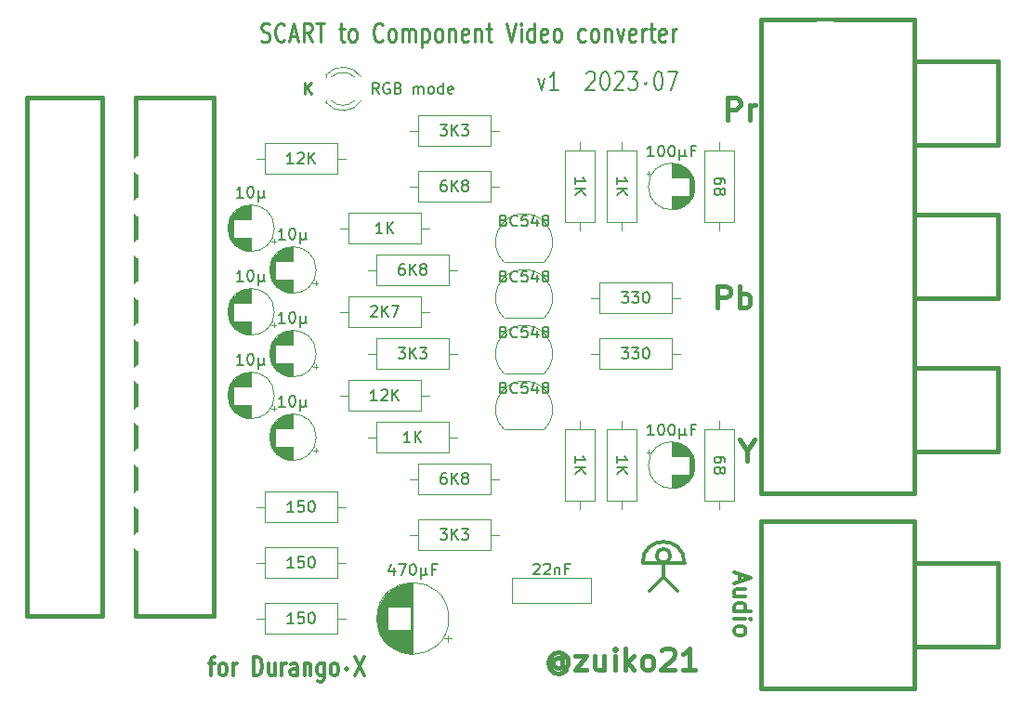
<source format=gto>
G04 #@! TF.GenerationSoftware,KiCad,Pcbnew,(5.1.2-1)-1*
G04 #@! TF.CreationDate,2023-07-30T19:13:35+02:00*
G04 #@! TF.ProjectId,component,636f6d70-6f6e-4656-9e74-2e6b69636164,rev?*
G04 #@! TF.SameCoordinates,Original*
G04 #@! TF.FileFunction,Legend,Top*
G04 #@! TF.FilePolarity,Positive*
%FSLAX46Y46*%
G04 Gerber Fmt 4.6, Leading zero omitted, Abs format (unit mm)*
G04 Created by KiCad (PCBNEW (5.1.2-1)-1) date 2023-07-30 19:13:35*
%MOMM*%
%LPD*%
G04 APERTURE LIST*
%ADD10C,0.400000*%
%ADD11C,0.337500*%
%ADD12C,0.300000*%
%ADD13C,0.150000*%
%ADD14C,0.250000*%
%ADD15C,0.381000*%
%ADD16C,0.120000*%
%ADD17C,0.304800*%
%ADD18O,3.302000X2.002000*%
%ADD19C,2.102000*%
%ADD20C,2.302000*%
%ADD21C,3.302000*%
%ADD22O,1.702000X1.702000*%
%ADD23C,1.702000*%
%ADD24R,1.152000X1.602000*%
%ADD25O,1.152000X1.602000*%
%ADD26O,3.302000X2.202000*%
%ADD27O,3.100980X2.100980*%
%ADD28O,2.100980X2.600980*%
%ADD29O,4.202000X3.202000*%
%ADD30C,2.100980*%
%ADD31C,1.902000*%
%ADD32R,1.902000X1.902000*%
%ADD33R,1.702000X1.702000*%
%ADD34C,1.302000*%
%ADD35R,1.302000X1.302000*%
G04 APERTURE END LIST*
D10*
X107950000Y-81232380D02*
X107950000Y-82184761D01*
X107283333Y-80184761D02*
X107950000Y-81232380D01*
X108616666Y-80184761D01*
X105251428Y-68214761D02*
X105251428Y-66214761D01*
X106013333Y-66214761D01*
X106203809Y-66310000D01*
X106299047Y-66405238D01*
X106394285Y-66595714D01*
X106394285Y-66881428D01*
X106299047Y-67071904D01*
X106203809Y-67167142D01*
X106013333Y-67262380D01*
X105251428Y-67262380D01*
X107251428Y-68214761D02*
X107251428Y-66214761D01*
X107251428Y-66976666D02*
X107441904Y-66881428D01*
X107822857Y-66881428D01*
X108013333Y-66976666D01*
X108108571Y-67071904D01*
X108203809Y-67262380D01*
X108203809Y-67833809D01*
X108108571Y-68024285D01*
X108013333Y-68119523D01*
X107822857Y-68214761D01*
X107441904Y-68214761D01*
X107251428Y-68119523D01*
X106172142Y-51069761D02*
X106172142Y-49069761D01*
X106934047Y-49069761D01*
X107124523Y-49165000D01*
X107219761Y-49260238D01*
X107315000Y-49450714D01*
X107315000Y-49736428D01*
X107219761Y-49926904D01*
X107124523Y-50022142D01*
X106934047Y-50117380D01*
X106172142Y-50117380D01*
X108172142Y-51069761D02*
X108172142Y-49736428D01*
X108172142Y-50117380D02*
X108267380Y-49926904D01*
X108362619Y-49831666D01*
X108553095Y-49736428D01*
X108743571Y-49736428D01*
D11*
X58936428Y-100600714D02*
X59450714Y-100600714D01*
X59129285Y-101734047D02*
X59129285Y-100276904D01*
X59193571Y-100115000D01*
X59322142Y-100034047D01*
X59450714Y-100034047D01*
X60093571Y-101734047D02*
X59965000Y-101653095D01*
X59900714Y-101572142D01*
X59836428Y-101410238D01*
X59836428Y-100924523D01*
X59900714Y-100762619D01*
X59965000Y-100681666D01*
X60093571Y-100600714D01*
X60286428Y-100600714D01*
X60415000Y-100681666D01*
X60479285Y-100762619D01*
X60543571Y-100924523D01*
X60543571Y-101410238D01*
X60479285Y-101572142D01*
X60415000Y-101653095D01*
X60286428Y-101734047D01*
X60093571Y-101734047D01*
X61122142Y-101734047D02*
X61122142Y-100600714D01*
X61122142Y-100924523D02*
X61186428Y-100762619D01*
X61250714Y-100681666D01*
X61379285Y-100600714D01*
X61507857Y-100600714D01*
X62986428Y-101734047D02*
X62986428Y-100034047D01*
X63307857Y-100034047D01*
X63500714Y-100115000D01*
X63629285Y-100276904D01*
X63693571Y-100438809D01*
X63757857Y-100762619D01*
X63757857Y-101005476D01*
X63693571Y-101329285D01*
X63629285Y-101491190D01*
X63500714Y-101653095D01*
X63307857Y-101734047D01*
X62986428Y-101734047D01*
X64915000Y-100600714D02*
X64915000Y-101734047D01*
X64336428Y-100600714D02*
X64336428Y-101491190D01*
X64400714Y-101653095D01*
X64529285Y-101734047D01*
X64722142Y-101734047D01*
X64850714Y-101653095D01*
X64915000Y-101572142D01*
X65557857Y-101734047D02*
X65557857Y-100600714D01*
X65557857Y-100924523D02*
X65622142Y-100762619D01*
X65686428Y-100681666D01*
X65815000Y-100600714D01*
X65943571Y-100600714D01*
X66972142Y-101734047D02*
X66972142Y-100843571D01*
X66907857Y-100681666D01*
X66779285Y-100600714D01*
X66522142Y-100600714D01*
X66393571Y-100681666D01*
X66972142Y-101653095D02*
X66843571Y-101734047D01*
X66522142Y-101734047D01*
X66393571Y-101653095D01*
X66329285Y-101491190D01*
X66329285Y-101329285D01*
X66393571Y-101167380D01*
X66522142Y-101086428D01*
X66843571Y-101086428D01*
X66972142Y-101005476D01*
X67615000Y-100600714D02*
X67615000Y-101734047D01*
X67615000Y-100762619D02*
X67679285Y-100681666D01*
X67807857Y-100600714D01*
X68000714Y-100600714D01*
X68129285Y-100681666D01*
X68193571Y-100843571D01*
X68193571Y-101734047D01*
X69415000Y-100600714D02*
X69415000Y-101976904D01*
X69350714Y-102138809D01*
X69286428Y-102219761D01*
X69157857Y-102300714D01*
X68965000Y-102300714D01*
X68836428Y-102219761D01*
X69415000Y-101653095D02*
X69286428Y-101734047D01*
X69029285Y-101734047D01*
X68900714Y-101653095D01*
X68836428Y-101572142D01*
X68772142Y-101410238D01*
X68772142Y-100924523D01*
X68836428Y-100762619D01*
X68900714Y-100681666D01*
X69029285Y-100600714D01*
X69286428Y-100600714D01*
X69415000Y-100681666D01*
X70250714Y-101734047D02*
X70122142Y-101653095D01*
X70057857Y-101572142D01*
X69993571Y-101410238D01*
X69993571Y-100924523D01*
X70057857Y-100762619D01*
X70122142Y-100681666D01*
X70250714Y-100600714D01*
X70443571Y-100600714D01*
X70572142Y-100681666D01*
X70636428Y-100762619D01*
X70700714Y-100924523D01*
X70700714Y-101410238D01*
X70636428Y-101572142D01*
X70572142Y-101653095D01*
X70443571Y-101734047D01*
X70250714Y-101734047D01*
X71472142Y-101005476D02*
X71407857Y-101086428D01*
X71472142Y-101167380D01*
X71536428Y-101086428D01*
X71472142Y-101005476D01*
X71472142Y-101167380D01*
X72179285Y-100034047D02*
X73079285Y-101734047D01*
X73079285Y-100034047D02*
X72179285Y-101734047D01*
D12*
X100330000Y-92710000D02*
X101600000Y-93980000D01*
X100330000Y-92710000D02*
X99060000Y-93980000D01*
X100330000Y-91440000D02*
X100330000Y-92710000D01*
X98425000Y-91440000D02*
X102235000Y-91440000D01*
X98425000Y-91440000D02*
G75*
G02X102235000Y-91440000I1905000J0D01*
G01*
X100965000Y-90805000D02*
G75*
G03X100965000Y-90805000I-635000J0D01*
G01*
D10*
X91139047Y-100282380D02*
X91043809Y-100187142D01*
X90853333Y-100091904D01*
X90662857Y-100091904D01*
X90472380Y-100187142D01*
X90377142Y-100282380D01*
X90281904Y-100472857D01*
X90281904Y-100663333D01*
X90377142Y-100853809D01*
X90472380Y-100949047D01*
X90662857Y-101044285D01*
X90853333Y-101044285D01*
X91043809Y-100949047D01*
X91139047Y-100853809D01*
X91139047Y-100091904D02*
X91139047Y-100853809D01*
X91234285Y-100949047D01*
X91329523Y-100949047D01*
X91520000Y-100853809D01*
X91615238Y-100663333D01*
X91615238Y-100187142D01*
X91424761Y-99901428D01*
X91139047Y-99710952D01*
X90758095Y-99615714D01*
X90377142Y-99710952D01*
X90091428Y-99901428D01*
X89900952Y-100187142D01*
X89805714Y-100568095D01*
X89900952Y-100949047D01*
X90091428Y-101234761D01*
X90377142Y-101425238D01*
X90758095Y-101520476D01*
X91139047Y-101425238D01*
X91424761Y-101234761D01*
X92281904Y-99901428D02*
X93329523Y-99901428D01*
X92281904Y-101234761D01*
X93329523Y-101234761D01*
X94948571Y-99901428D02*
X94948571Y-101234761D01*
X94091428Y-99901428D02*
X94091428Y-100949047D01*
X94186666Y-101139523D01*
X94377142Y-101234761D01*
X94662857Y-101234761D01*
X94853333Y-101139523D01*
X94948571Y-101044285D01*
X95900952Y-101234761D02*
X95900952Y-99901428D01*
X95900952Y-99234761D02*
X95805714Y-99330000D01*
X95900952Y-99425238D01*
X95996190Y-99330000D01*
X95900952Y-99234761D01*
X95900952Y-99425238D01*
X96853333Y-101234761D02*
X96853333Y-99234761D01*
X97043809Y-100472857D02*
X97615238Y-101234761D01*
X97615238Y-99901428D02*
X96853333Y-100663333D01*
X98758095Y-101234761D02*
X98567619Y-101139523D01*
X98472380Y-101044285D01*
X98377142Y-100853809D01*
X98377142Y-100282380D01*
X98472380Y-100091904D01*
X98567619Y-99996666D01*
X98758095Y-99901428D01*
X99043809Y-99901428D01*
X99234285Y-99996666D01*
X99329523Y-100091904D01*
X99424761Y-100282380D01*
X99424761Y-100853809D01*
X99329523Y-101044285D01*
X99234285Y-101139523D01*
X99043809Y-101234761D01*
X98758095Y-101234761D01*
X100186666Y-99425238D02*
X100281904Y-99330000D01*
X100472380Y-99234761D01*
X100948571Y-99234761D01*
X101139047Y-99330000D01*
X101234285Y-99425238D01*
X101329523Y-99615714D01*
X101329523Y-99806190D01*
X101234285Y-100091904D01*
X100091428Y-101234761D01*
X101329523Y-101234761D01*
X103234285Y-101234761D02*
X102091428Y-101234761D01*
X102662857Y-101234761D02*
X102662857Y-99234761D01*
X102472380Y-99520476D01*
X102281904Y-99710952D01*
X102091428Y-99806190D01*
D13*
X88885714Y-47260714D02*
X89207142Y-48394047D01*
X89528571Y-47260714D01*
X90749999Y-48394047D02*
X89978571Y-48394047D01*
X90364285Y-48394047D02*
X90364285Y-46694047D01*
X90235714Y-46936904D01*
X90107142Y-47098809D01*
X89978571Y-47179761D01*
X93321428Y-46855952D02*
X93385714Y-46775000D01*
X93514285Y-46694047D01*
X93835714Y-46694047D01*
X93964285Y-46775000D01*
X94028571Y-46855952D01*
X94092857Y-47017857D01*
X94092857Y-47179761D01*
X94028571Y-47422619D01*
X93257142Y-48394047D01*
X94092857Y-48394047D01*
X94928571Y-46694047D02*
X95057142Y-46694047D01*
X95185714Y-46775000D01*
X95249999Y-46855952D01*
X95314285Y-47017857D01*
X95378571Y-47341666D01*
X95378571Y-47746428D01*
X95314285Y-48070238D01*
X95249999Y-48232142D01*
X95185714Y-48313095D01*
X95057142Y-48394047D01*
X94928571Y-48394047D01*
X94799999Y-48313095D01*
X94735714Y-48232142D01*
X94671428Y-48070238D01*
X94607142Y-47746428D01*
X94607142Y-47341666D01*
X94671428Y-47017857D01*
X94735714Y-46855952D01*
X94799999Y-46775000D01*
X94928571Y-46694047D01*
X95892857Y-46855952D02*
X95957142Y-46775000D01*
X96085714Y-46694047D01*
X96407142Y-46694047D01*
X96535714Y-46775000D01*
X96599999Y-46855952D01*
X96664285Y-47017857D01*
X96664285Y-47179761D01*
X96599999Y-47422619D01*
X95828571Y-48394047D01*
X96664285Y-48394047D01*
X97114285Y-46694047D02*
X97949999Y-46694047D01*
X97499999Y-47341666D01*
X97692857Y-47341666D01*
X97821428Y-47422619D01*
X97885714Y-47503571D01*
X97949999Y-47665476D01*
X97949999Y-48070238D01*
X97885714Y-48232142D01*
X97821428Y-48313095D01*
X97692857Y-48394047D01*
X97307142Y-48394047D01*
X97178571Y-48313095D01*
X97114285Y-48232142D01*
X98721428Y-47665476D02*
X98657142Y-47746428D01*
X98721428Y-47827380D01*
X98785714Y-47746428D01*
X98721428Y-47665476D01*
X98721428Y-47827380D01*
X99814285Y-46694047D02*
X99942857Y-46694047D01*
X100071428Y-46775000D01*
X100135714Y-46855952D01*
X100199999Y-47017857D01*
X100264285Y-47341666D01*
X100264285Y-47746428D01*
X100199999Y-48070238D01*
X100135714Y-48232142D01*
X100071428Y-48313095D01*
X99942857Y-48394047D01*
X99814285Y-48394047D01*
X99685714Y-48313095D01*
X99621428Y-48232142D01*
X99557142Y-48070238D01*
X99492857Y-47746428D01*
X99492857Y-47341666D01*
X99557142Y-47017857D01*
X99621428Y-46855952D01*
X99685714Y-46775000D01*
X99814285Y-46694047D01*
X100714285Y-46694047D02*
X101614285Y-46694047D01*
X101035714Y-48394047D01*
D14*
X63682142Y-43868095D02*
X63874999Y-43949047D01*
X64196428Y-43949047D01*
X64324999Y-43868095D01*
X64389285Y-43787142D01*
X64453571Y-43625238D01*
X64453571Y-43463333D01*
X64389285Y-43301428D01*
X64324999Y-43220476D01*
X64196428Y-43139523D01*
X63939285Y-43058571D01*
X63810714Y-42977619D01*
X63746428Y-42896666D01*
X63682142Y-42734761D01*
X63682142Y-42572857D01*
X63746428Y-42410952D01*
X63810714Y-42330000D01*
X63939285Y-42249047D01*
X64260714Y-42249047D01*
X64453571Y-42330000D01*
X65803571Y-43787142D02*
X65739285Y-43868095D01*
X65546428Y-43949047D01*
X65417857Y-43949047D01*
X65224999Y-43868095D01*
X65096428Y-43706190D01*
X65032142Y-43544285D01*
X64967857Y-43220476D01*
X64967857Y-42977619D01*
X65032142Y-42653809D01*
X65096428Y-42491904D01*
X65224999Y-42330000D01*
X65417857Y-42249047D01*
X65546428Y-42249047D01*
X65739285Y-42330000D01*
X65803571Y-42410952D01*
X66317857Y-43463333D02*
X66960714Y-43463333D01*
X66189285Y-43949047D02*
X66639285Y-42249047D01*
X67089285Y-43949047D01*
X68310714Y-43949047D02*
X67860714Y-43139523D01*
X67539285Y-43949047D02*
X67539285Y-42249047D01*
X68053571Y-42249047D01*
X68182142Y-42330000D01*
X68246428Y-42410952D01*
X68310714Y-42572857D01*
X68310714Y-42815714D01*
X68246428Y-42977619D01*
X68182142Y-43058571D01*
X68053571Y-43139523D01*
X67539285Y-43139523D01*
X68696428Y-42249047D02*
X69467857Y-42249047D01*
X69082142Y-43949047D02*
X69082142Y-42249047D01*
X70753571Y-42815714D02*
X71267857Y-42815714D01*
X70946428Y-42249047D02*
X70946428Y-43706190D01*
X71010714Y-43868095D01*
X71139285Y-43949047D01*
X71267857Y-43949047D01*
X71910714Y-43949047D02*
X71782142Y-43868095D01*
X71717857Y-43787142D01*
X71653571Y-43625238D01*
X71653571Y-43139523D01*
X71717857Y-42977619D01*
X71782142Y-42896666D01*
X71910714Y-42815714D01*
X72103571Y-42815714D01*
X72232142Y-42896666D01*
X72296428Y-42977619D01*
X72360714Y-43139523D01*
X72360714Y-43625238D01*
X72296428Y-43787142D01*
X72232142Y-43868095D01*
X72103571Y-43949047D01*
X71910714Y-43949047D01*
X74739285Y-43787142D02*
X74675000Y-43868095D01*
X74482142Y-43949047D01*
X74353571Y-43949047D01*
X74160714Y-43868095D01*
X74032142Y-43706190D01*
X73967857Y-43544285D01*
X73903571Y-43220476D01*
X73903571Y-42977619D01*
X73967857Y-42653809D01*
X74032142Y-42491904D01*
X74160714Y-42330000D01*
X74353571Y-42249047D01*
X74482142Y-42249047D01*
X74675000Y-42330000D01*
X74739285Y-42410952D01*
X75510714Y-43949047D02*
X75382142Y-43868095D01*
X75317857Y-43787142D01*
X75253571Y-43625238D01*
X75253571Y-43139523D01*
X75317857Y-42977619D01*
X75382142Y-42896666D01*
X75510714Y-42815714D01*
X75703571Y-42815714D01*
X75832142Y-42896666D01*
X75896428Y-42977619D01*
X75960714Y-43139523D01*
X75960714Y-43625238D01*
X75896428Y-43787142D01*
X75832142Y-43868095D01*
X75703571Y-43949047D01*
X75510714Y-43949047D01*
X76539285Y-43949047D02*
X76539285Y-42815714D01*
X76539285Y-42977619D02*
X76603571Y-42896666D01*
X76732142Y-42815714D01*
X76924999Y-42815714D01*
X77053571Y-42896666D01*
X77117857Y-43058571D01*
X77117857Y-43949047D01*
X77117857Y-43058571D02*
X77182142Y-42896666D01*
X77310714Y-42815714D01*
X77503571Y-42815714D01*
X77632142Y-42896666D01*
X77696428Y-43058571D01*
X77696428Y-43949047D01*
X78339285Y-42815714D02*
X78339285Y-44515714D01*
X78339285Y-42896666D02*
X78467857Y-42815714D01*
X78724999Y-42815714D01*
X78853571Y-42896666D01*
X78917857Y-42977619D01*
X78982142Y-43139523D01*
X78982142Y-43625238D01*
X78917857Y-43787142D01*
X78853571Y-43868095D01*
X78724999Y-43949047D01*
X78467857Y-43949047D01*
X78339285Y-43868095D01*
X79753571Y-43949047D02*
X79624999Y-43868095D01*
X79560714Y-43787142D01*
X79496428Y-43625238D01*
X79496428Y-43139523D01*
X79560714Y-42977619D01*
X79624999Y-42896666D01*
X79753571Y-42815714D01*
X79946428Y-42815714D01*
X80074999Y-42896666D01*
X80139285Y-42977619D01*
X80203571Y-43139523D01*
X80203571Y-43625238D01*
X80139285Y-43787142D01*
X80074999Y-43868095D01*
X79946428Y-43949047D01*
X79753571Y-43949047D01*
X80782142Y-42815714D02*
X80782142Y-43949047D01*
X80782142Y-42977619D02*
X80846428Y-42896666D01*
X80974999Y-42815714D01*
X81167857Y-42815714D01*
X81296428Y-42896666D01*
X81360714Y-43058571D01*
X81360714Y-43949047D01*
X82517857Y-43868095D02*
X82389285Y-43949047D01*
X82132142Y-43949047D01*
X82003571Y-43868095D01*
X81939285Y-43706190D01*
X81939285Y-43058571D01*
X82003571Y-42896666D01*
X82132142Y-42815714D01*
X82389285Y-42815714D01*
X82517857Y-42896666D01*
X82582142Y-43058571D01*
X82582142Y-43220476D01*
X81939285Y-43382380D01*
X83160714Y-42815714D02*
X83160714Y-43949047D01*
X83160714Y-42977619D02*
X83225000Y-42896666D01*
X83353571Y-42815714D01*
X83546428Y-42815714D01*
X83675000Y-42896666D01*
X83739285Y-43058571D01*
X83739285Y-43949047D01*
X84189285Y-42815714D02*
X84703571Y-42815714D01*
X84382142Y-42249047D02*
X84382142Y-43706190D01*
X84446428Y-43868095D01*
X84574999Y-43949047D01*
X84703571Y-43949047D01*
X85989285Y-42249047D02*
X86439285Y-43949047D01*
X86889285Y-42249047D01*
X87339285Y-43949047D02*
X87339285Y-42815714D01*
X87339285Y-42249047D02*
X87275000Y-42330000D01*
X87339285Y-42410952D01*
X87403571Y-42330000D01*
X87339285Y-42249047D01*
X87339285Y-42410952D01*
X88560714Y-43949047D02*
X88560714Y-42249047D01*
X88560714Y-43868095D02*
X88432142Y-43949047D01*
X88174999Y-43949047D01*
X88046428Y-43868095D01*
X87982142Y-43787142D01*
X87917857Y-43625238D01*
X87917857Y-43139523D01*
X87982142Y-42977619D01*
X88046428Y-42896666D01*
X88174999Y-42815714D01*
X88432142Y-42815714D01*
X88560714Y-42896666D01*
X89717857Y-43868095D02*
X89589285Y-43949047D01*
X89332142Y-43949047D01*
X89203571Y-43868095D01*
X89139285Y-43706190D01*
X89139285Y-43058571D01*
X89203571Y-42896666D01*
X89332142Y-42815714D01*
X89589285Y-42815714D01*
X89717857Y-42896666D01*
X89782142Y-43058571D01*
X89782142Y-43220476D01*
X89139285Y-43382380D01*
X90553571Y-43949047D02*
X90425000Y-43868095D01*
X90360714Y-43787142D01*
X90296428Y-43625238D01*
X90296428Y-43139523D01*
X90360714Y-42977619D01*
X90425000Y-42896666D01*
X90553571Y-42815714D01*
X90746428Y-42815714D01*
X90875000Y-42896666D01*
X90939285Y-42977619D01*
X91003571Y-43139523D01*
X91003571Y-43625238D01*
X90939285Y-43787142D01*
X90875000Y-43868095D01*
X90746428Y-43949047D01*
X90553571Y-43949047D01*
X93189285Y-43868095D02*
X93060714Y-43949047D01*
X92803571Y-43949047D01*
X92675000Y-43868095D01*
X92610714Y-43787142D01*
X92546428Y-43625238D01*
X92546428Y-43139523D01*
X92610714Y-42977619D01*
X92675000Y-42896666D01*
X92803571Y-42815714D01*
X93060714Y-42815714D01*
X93189285Y-42896666D01*
X93960714Y-43949047D02*
X93832142Y-43868095D01*
X93767857Y-43787142D01*
X93703571Y-43625238D01*
X93703571Y-43139523D01*
X93767857Y-42977619D01*
X93832142Y-42896666D01*
X93960714Y-42815714D01*
X94153571Y-42815714D01*
X94282142Y-42896666D01*
X94346428Y-42977619D01*
X94410714Y-43139523D01*
X94410714Y-43625238D01*
X94346428Y-43787142D01*
X94282142Y-43868095D01*
X94153571Y-43949047D01*
X93960714Y-43949047D01*
X94989285Y-42815714D02*
X94989285Y-43949047D01*
X94989285Y-42977619D02*
X95053571Y-42896666D01*
X95182142Y-42815714D01*
X95375000Y-42815714D01*
X95503571Y-42896666D01*
X95567857Y-43058571D01*
X95567857Y-43949047D01*
X96082142Y-42815714D02*
X96403571Y-43949047D01*
X96725000Y-42815714D01*
X97753571Y-43868095D02*
X97625000Y-43949047D01*
X97367857Y-43949047D01*
X97239285Y-43868095D01*
X97175000Y-43706190D01*
X97175000Y-43058571D01*
X97239285Y-42896666D01*
X97367857Y-42815714D01*
X97625000Y-42815714D01*
X97753571Y-42896666D01*
X97817857Y-43058571D01*
X97817857Y-43220476D01*
X97175000Y-43382380D01*
X98396428Y-43949047D02*
X98396428Y-42815714D01*
X98396428Y-43139523D02*
X98460714Y-42977619D01*
X98525000Y-42896666D01*
X98653571Y-42815714D01*
X98782142Y-42815714D01*
X99039285Y-42815714D02*
X99553571Y-42815714D01*
X99232142Y-42249047D02*
X99232142Y-43706190D01*
X99296428Y-43868095D01*
X99425000Y-43949047D01*
X99553571Y-43949047D01*
X100517857Y-43868095D02*
X100389285Y-43949047D01*
X100132142Y-43949047D01*
X100003571Y-43868095D01*
X99939285Y-43706190D01*
X99939285Y-43058571D01*
X100003571Y-42896666D01*
X100132142Y-42815714D01*
X100389285Y-42815714D01*
X100517857Y-42896666D01*
X100582142Y-43058571D01*
X100582142Y-43220476D01*
X99939285Y-43382380D01*
X101160714Y-43949047D02*
X101160714Y-42815714D01*
X101160714Y-43139523D02*
X101225000Y-42977619D01*
X101289285Y-42896666D01*
X101417857Y-42815714D01*
X101546428Y-42815714D01*
X67683095Y-48712380D02*
X67683095Y-47712380D01*
X68254523Y-48712380D02*
X67825952Y-48140952D01*
X68254523Y-47712380D02*
X67683095Y-48283809D01*
D15*
X123190000Y-99060000D02*
X130810000Y-99060000D01*
X123190000Y-91440000D02*
X130810000Y-91440000D01*
X130810000Y-91440000D02*
X130810000Y-99060000D01*
X123190000Y-102870000D02*
X123190000Y-87630000D01*
X109220000Y-87630000D02*
X123190000Y-87630000D01*
X109220000Y-102870000D02*
X109220000Y-87630000D01*
X123190000Y-102870000D02*
X109220000Y-102870000D01*
D16*
X71350000Y-54610000D02*
X70580000Y-54610000D01*
X63270000Y-54610000D02*
X64040000Y-54610000D01*
X70580000Y-53240000D02*
X64040000Y-53240000D01*
X70580000Y-55980000D02*
X70580000Y-53240000D01*
X64040000Y-55980000D02*
X70580000Y-55980000D01*
X64040000Y-53240000D02*
X64040000Y-55980000D01*
X71350000Y-96520000D02*
X70580000Y-96520000D01*
X63270000Y-96520000D02*
X64040000Y-96520000D01*
X70580000Y-95150000D02*
X64040000Y-95150000D01*
X70580000Y-97890000D02*
X70580000Y-95150000D01*
X64040000Y-97890000D02*
X70580000Y-97890000D01*
X64040000Y-95150000D02*
X64040000Y-97890000D01*
X71350000Y-91440000D02*
X70580000Y-91440000D01*
X63270000Y-91440000D02*
X64040000Y-91440000D01*
X70580000Y-90070000D02*
X64040000Y-90070000D01*
X70580000Y-92810000D02*
X70580000Y-90070000D01*
X64040000Y-92810000D02*
X70580000Y-92810000D01*
X64040000Y-90070000D02*
X64040000Y-92810000D01*
X71350000Y-86360000D02*
X70580000Y-86360000D01*
X63270000Y-86360000D02*
X64040000Y-86360000D01*
X70580000Y-84990000D02*
X64040000Y-84990000D01*
X70580000Y-87730000D02*
X70580000Y-84990000D01*
X64040000Y-87730000D02*
X70580000Y-87730000D01*
X64040000Y-84990000D02*
X64040000Y-87730000D01*
X105410000Y-78510000D02*
X105410000Y-79280000D01*
X105410000Y-86590000D02*
X105410000Y-85820000D01*
X104040000Y-79280000D02*
X104040000Y-85820000D01*
X106780000Y-79280000D02*
X104040000Y-79280000D01*
X106780000Y-85820000D02*
X106780000Y-79280000D01*
X104040000Y-85820000D02*
X106780000Y-85820000D01*
X73430000Y-64770000D02*
X74200000Y-64770000D01*
X81510000Y-64770000D02*
X80740000Y-64770000D01*
X74200000Y-66140000D02*
X80740000Y-66140000D01*
X74200000Y-63400000D02*
X74200000Y-66140000D01*
X80740000Y-63400000D02*
X74200000Y-63400000D01*
X80740000Y-66140000D02*
X80740000Y-63400000D01*
X73430000Y-72390000D02*
X74200000Y-72390000D01*
X81510000Y-72390000D02*
X80740000Y-72390000D01*
X74200000Y-73760000D02*
X80740000Y-73760000D01*
X74200000Y-71020000D02*
X74200000Y-73760000D01*
X80740000Y-71020000D02*
X74200000Y-71020000D01*
X80740000Y-73760000D02*
X80740000Y-71020000D01*
X73430000Y-80010000D02*
X74200000Y-80010000D01*
X81510000Y-80010000D02*
X80740000Y-80010000D01*
X74200000Y-81380000D02*
X80740000Y-81380000D01*
X74200000Y-78640000D02*
X74200000Y-81380000D01*
X80740000Y-78640000D02*
X74200000Y-78640000D01*
X80740000Y-81380000D02*
X80740000Y-78640000D01*
X101830000Y-72390000D02*
X101060000Y-72390000D01*
X93750000Y-72390000D02*
X94520000Y-72390000D01*
X101060000Y-71020000D02*
X94520000Y-71020000D01*
X101060000Y-73760000D02*
X101060000Y-71020000D01*
X94520000Y-73760000D02*
X101060000Y-73760000D01*
X94520000Y-71020000D02*
X94520000Y-73760000D01*
X96520000Y-86590000D02*
X96520000Y-85820000D01*
X96520000Y-78510000D02*
X96520000Y-79280000D01*
X97890000Y-85820000D02*
X97890000Y-79280000D01*
X95150000Y-85820000D02*
X97890000Y-85820000D01*
X95150000Y-79280000D02*
X95150000Y-85820000D01*
X97890000Y-79280000D02*
X95150000Y-79280000D01*
X92710000Y-86590000D02*
X92710000Y-85820000D01*
X92710000Y-78510000D02*
X92710000Y-79280000D01*
X94080000Y-85820000D02*
X94080000Y-79280000D01*
X91340000Y-85820000D02*
X94080000Y-85820000D01*
X91340000Y-79280000D02*
X91340000Y-85820000D01*
X94080000Y-79280000D02*
X91340000Y-79280000D01*
X77240000Y-88900000D02*
X78010000Y-88900000D01*
X85320000Y-88900000D02*
X84550000Y-88900000D01*
X78010000Y-90270000D02*
X84550000Y-90270000D01*
X78010000Y-87530000D02*
X78010000Y-90270000D01*
X84550000Y-87530000D02*
X78010000Y-87530000D01*
X84550000Y-90270000D02*
X84550000Y-87530000D01*
X85320000Y-83820000D02*
X84550000Y-83820000D01*
X77240000Y-83820000D02*
X78010000Y-83820000D01*
X84550000Y-82450000D02*
X78010000Y-82450000D01*
X84550000Y-85190000D02*
X84550000Y-82450000D01*
X78010000Y-85190000D02*
X84550000Y-85190000D01*
X78010000Y-82450000D02*
X78010000Y-85190000D01*
X105410000Y-53110000D02*
X105410000Y-53880000D01*
X105410000Y-61190000D02*
X105410000Y-60420000D01*
X104040000Y-53880000D02*
X104040000Y-60420000D01*
X106780000Y-53880000D02*
X104040000Y-53880000D01*
X106780000Y-60420000D02*
X106780000Y-53880000D01*
X104040000Y-60420000D02*
X106780000Y-60420000D01*
X70890000Y-76200000D02*
X71660000Y-76200000D01*
X78970000Y-76200000D02*
X78200000Y-76200000D01*
X71660000Y-77570000D02*
X78200000Y-77570000D01*
X71660000Y-74830000D02*
X71660000Y-77570000D01*
X78200000Y-74830000D02*
X71660000Y-74830000D01*
X78200000Y-77570000D02*
X78200000Y-74830000D01*
X70890000Y-68580000D02*
X71660000Y-68580000D01*
X78970000Y-68580000D02*
X78200000Y-68580000D01*
X71660000Y-69950000D02*
X78200000Y-69950000D01*
X71660000Y-67210000D02*
X71660000Y-69950000D01*
X78200000Y-67210000D02*
X71660000Y-67210000D01*
X78200000Y-69950000D02*
X78200000Y-67210000D01*
X70890000Y-60960000D02*
X71660000Y-60960000D01*
X78970000Y-60960000D02*
X78200000Y-60960000D01*
X71660000Y-62330000D02*
X78200000Y-62330000D01*
X71660000Y-59590000D02*
X71660000Y-62330000D01*
X78200000Y-59590000D02*
X71660000Y-59590000D01*
X78200000Y-62330000D02*
X78200000Y-59590000D01*
X101830000Y-67310000D02*
X101060000Y-67310000D01*
X93750000Y-67310000D02*
X94520000Y-67310000D01*
X101060000Y-65940000D02*
X94520000Y-65940000D01*
X101060000Y-68680000D02*
X101060000Y-65940000D01*
X94520000Y-68680000D02*
X101060000Y-68680000D01*
X94520000Y-65940000D02*
X94520000Y-68680000D01*
X96520000Y-53110000D02*
X96520000Y-53880000D01*
X96520000Y-61190000D02*
X96520000Y-60420000D01*
X95150000Y-53880000D02*
X95150000Y-60420000D01*
X97890000Y-53880000D02*
X95150000Y-53880000D01*
X97890000Y-60420000D02*
X97890000Y-53880000D01*
X95150000Y-60420000D02*
X97890000Y-60420000D01*
X92710000Y-53110000D02*
X92710000Y-53880000D01*
X92710000Y-61190000D02*
X92710000Y-60420000D01*
X91340000Y-53880000D02*
X91340000Y-60420000D01*
X94080000Y-53880000D02*
X91340000Y-53880000D01*
X94080000Y-60420000D02*
X94080000Y-53880000D01*
X91340000Y-60420000D02*
X94080000Y-60420000D01*
X77240000Y-52070000D02*
X78010000Y-52070000D01*
X85320000Y-52070000D02*
X84550000Y-52070000D01*
X78010000Y-53440000D02*
X84550000Y-53440000D01*
X78010000Y-50700000D02*
X78010000Y-53440000D01*
X84550000Y-50700000D02*
X78010000Y-50700000D01*
X84550000Y-53440000D02*
X84550000Y-50700000D01*
X85320000Y-57150000D02*
X84550000Y-57150000D01*
X77240000Y-57150000D02*
X78010000Y-57150000D01*
X84550000Y-55780000D02*
X78010000Y-55780000D01*
X84550000Y-58520000D02*
X84550000Y-55780000D01*
X78010000Y-58520000D02*
X84550000Y-58520000D01*
X78010000Y-55780000D02*
X78010000Y-58520000D01*
X89468478Y-74228478D02*
G75*
G03X87630000Y-69790000I-1838478J1838478D01*
G01*
X85791522Y-74228478D02*
G75*
G02X87630000Y-69790000I1838478J1838478D01*
G01*
X85830000Y-74240000D02*
X89430000Y-74240000D01*
X89468478Y-79308478D02*
G75*
G03X87630000Y-74870000I-1838478J1838478D01*
G01*
X85791522Y-79308478D02*
G75*
G02X87630000Y-74870000I1838478J1838478D01*
G01*
X85830000Y-79320000D02*
X89430000Y-79320000D01*
X89468478Y-69148478D02*
G75*
G03X87630000Y-64710000I-1838478J1838478D01*
G01*
X85791522Y-69148478D02*
G75*
G02X87630000Y-64710000I1838478J1838478D01*
G01*
X85830000Y-69160000D02*
X89430000Y-69160000D01*
X89468478Y-64068478D02*
G75*
G03X87630000Y-59630000I-1838478J1838478D01*
G01*
X85791522Y-64068478D02*
G75*
G02X87630000Y-59630000I1838478J1838478D01*
G01*
X85830000Y-64080000D02*
X89430000Y-64080000D01*
D15*
X123190000Y-81280000D02*
X130810000Y-81280000D01*
X123190000Y-45720000D02*
X130810000Y-45720000D01*
X123190000Y-53340000D02*
X130810000Y-53340000D01*
X123190000Y-59690000D02*
X130810000Y-59690000D01*
X123190000Y-67310000D02*
X130810000Y-67310000D01*
X123190000Y-73660000D02*
X130810000Y-73660000D01*
X130810000Y-73660000D02*
X130810000Y-81280000D01*
X130810000Y-59690000D02*
X130810000Y-67310000D01*
X130810000Y-45720000D02*
X130810000Y-53340000D01*
X123190000Y-85090000D02*
X123190000Y-41910000D01*
X109220000Y-41910000D02*
X123190000Y-41910000D01*
X109220000Y-85090000D02*
X109220000Y-41910000D01*
X123190000Y-85090000D02*
X109220000Y-85090000D01*
X42291000Y-96266000D02*
X49149000Y-96266000D01*
X42291000Y-49022000D02*
X49149000Y-49022000D01*
X49149000Y-96266000D02*
X49149000Y-49022000D01*
X52197000Y-49022000D02*
X52197000Y-96240600D01*
X59309000Y-96266000D02*
X52197000Y-96266000D01*
X59309000Y-49022000D02*
X59309000Y-96266000D01*
X52197000Y-49022000D02*
X59309000Y-49022000D01*
X42291000Y-49022000D02*
X42291000Y-96266000D01*
D16*
X69560000Y-49340000D02*
X69560000Y-49496000D01*
X69560000Y-47024000D02*
X69560000Y-47180000D01*
X72161130Y-49339837D02*
G75*
G02X70079039Y-49340000I-1041130J1079837D01*
G01*
X72161130Y-47180163D02*
G75*
G03X70079039Y-47180000I-1041130J-1079837D01*
G01*
X72792335Y-49338608D02*
G75*
G02X69560000Y-49495516I-1672335J1078608D01*
G01*
X72792335Y-47181392D02*
G75*
G03X69560000Y-47024484I-1672335J-1078608D01*
G01*
X93750000Y-92860000D02*
X93750000Y-95100000D01*
X86510000Y-92860000D02*
X86510000Y-95100000D01*
X86510000Y-95100000D02*
X93750000Y-95100000D01*
X86510000Y-92860000D02*
X93750000Y-92860000D01*
X80675241Y-98674000D02*
X80675241Y-98044000D01*
X80990241Y-98359000D02*
X80360241Y-98359000D01*
X74249000Y-96922000D02*
X74249000Y-96118000D01*
X74289000Y-97153000D02*
X74289000Y-95887000D01*
X74329000Y-97322000D02*
X74329000Y-95718000D01*
X74369000Y-97460000D02*
X74369000Y-95580000D01*
X74409000Y-97579000D02*
X74409000Y-95461000D01*
X74449000Y-97685000D02*
X74449000Y-95355000D01*
X74489000Y-97782000D02*
X74489000Y-95258000D01*
X74529000Y-97870000D02*
X74529000Y-95170000D01*
X74569000Y-97952000D02*
X74569000Y-95088000D01*
X74609000Y-98029000D02*
X74609000Y-95011000D01*
X74649000Y-98101000D02*
X74649000Y-94939000D01*
X74689000Y-98170000D02*
X74689000Y-94870000D01*
X74729000Y-98234000D02*
X74729000Y-94806000D01*
X74769000Y-98296000D02*
X74769000Y-94744000D01*
X74809000Y-98354000D02*
X74809000Y-94686000D01*
X74849000Y-98410000D02*
X74849000Y-94630000D01*
X74889000Y-98464000D02*
X74889000Y-94576000D01*
X74929000Y-98515000D02*
X74929000Y-94525000D01*
X74969000Y-98564000D02*
X74969000Y-94476000D01*
X75009000Y-98612000D02*
X75009000Y-94428000D01*
X75049000Y-98657000D02*
X75049000Y-94383000D01*
X75089000Y-98702000D02*
X75089000Y-94338000D01*
X75129000Y-98744000D02*
X75129000Y-94296000D01*
X75169000Y-98785000D02*
X75169000Y-94255000D01*
X75209000Y-95480000D02*
X75209000Y-94215000D01*
X75209000Y-98825000D02*
X75209000Y-97560000D01*
X75249000Y-95480000D02*
X75249000Y-94177000D01*
X75249000Y-98863000D02*
X75249000Y-97560000D01*
X75289000Y-95480000D02*
X75289000Y-94140000D01*
X75289000Y-98900000D02*
X75289000Y-97560000D01*
X75329000Y-95480000D02*
X75329000Y-94104000D01*
X75329000Y-98936000D02*
X75329000Y-97560000D01*
X75369000Y-95480000D02*
X75369000Y-94070000D01*
X75369000Y-98970000D02*
X75369000Y-97560000D01*
X75409000Y-95480000D02*
X75409000Y-94036000D01*
X75409000Y-99004000D02*
X75409000Y-97560000D01*
X75449000Y-95480000D02*
X75449000Y-94004000D01*
X75449000Y-99036000D02*
X75449000Y-97560000D01*
X75489000Y-95480000D02*
X75489000Y-93972000D01*
X75489000Y-99068000D02*
X75489000Y-97560000D01*
X75529000Y-95480000D02*
X75529000Y-93942000D01*
X75529000Y-99098000D02*
X75529000Y-97560000D01*
X75569000Y-95480000D02*
X75569000Y-93913000D01*
X75569000Y-99127000D02*
X75569000Y-97560000D01*
X75609000Y-95480000D02*
X75609000Y-93884000D01*
X75609000Y-99156000D02*
X75609000Y-97560000D01*
X75649000Y-95480000D02*
X75649000Y-93856000D01*
X75649000Y-99184000D02*
X75649000Y-97560000D01*
X75689000Y-95480000D02*
X75689000Y-93830000D01*
X75689000Y-99210000D02*
X75689000Y-97560000D01*
X75729000Y-95480000D02*
X75729000Y-93804000D01*
X75729000Y-99236000D02*
X75729000Y-97560000D01*
X75769000Y-95480000D02*
X75769000Y-93778000D01*
X75769000Y-99262000D02*
X75769000Y-97560000D01*
X75809000Y-95480000D02*
X75809000Y-93754000D01*
X75809000Y-99286000D02*
X75809000Y-97560000D01*
X75849000Y-95480000D02*
X75849000Y-93730000D01*
X75849000Y-99310000D02*
X75849000Y-97560000D01*
X75889000Y-95480000D02*
X75889000Y-93708000D01*
X75889000Y-99332000D02*
X75889000Y-97560000D01*
X75929000Y-95480000D02*
X75929000Y-93686000D01*
X75929000Y-99354000D02*
X75929000Y-97560000D01*
X75969000Y-95480000D02*
X75969000Y-93664000D01*
X75969000Y-99376000D02*
X75969000Y-97560000D01*
X76009000Y-95480000D02*
X76009000Y-93644000D01*
X76009000Y-99396000D02*
X76009000Y-97560000D01*
X76049000Y-95480000D02*
X76049000Y-93624000D01*
X76049000Y-99416000D02*
X76049000Y-97560000D01*
X76089000Y-95480000D02*
X76089000Y-93604000D01*
X76089000Y-99436000D02*
X76089000Y-97560000D01*
X76129000Y-95480000D02*
X76129000Y-93586000D01*
X76129000Y-99454000D02*
X76129000Y-97560000D01*
X76169000Y-95480000D02*
X76169000Y-93568000D01*
X76169000Y-99472000D02*
X76169000Y-97560000D01*
X76209000Y-95480000D02*
X76209000Y-93550000D01*
X76209000Y-99490000D02*
X76209000Y-97560000D01*
X76249000Y-95480000D02*
X76249000Y-93534000D01*
X76249000Y-99506000D02*
X76249000Y-97560000D01*
X76289000Y-95480000D02*
X76289000Y-93518000D01*
X76289000Y-99522000D02*
X76289000Y-97560000D01*
X76329000Y-95480000D02*
X76329000Y-93502000D01*
X76329000Y-99538000D02*
X76329000Y-97560000D01*
X76369000Y-95480000D02*
X76369000Y-93487000D01*
X76369000Y-99553000D02*
X76369000Y-97560000D01*
X76409000Y-95480000D02*
X76409000Y-93473000D01*
X76409000Y-99567000D02*
X76409000Y-97560000D01*
X76449000Y-95480000D02*
X76449000Y-93459000D01*
X76449000Y-99581000D02*
X76449000Y-97560000D01*
X76489000Y-95480000D02*
X76489000Y-93446000D01*
X76489000Y-99594000D02*
X76489000Y-97560000D01*
X76529000Y-95480000D02*
X76529000Y-93434000D01*
X76529000Y-99606000D02*
X76529000Y-97560000D01*
X76569000Y-95480000D02*
X76569000Y-93422000D01*
X76569000Y-99618000D02*
X76569000Y-97560000D01*
X76609000Y-95480000D02*
X76609000Y-93410000D01*
X76609000Y-99630000D02*
X76609000Y-97560000D01*
X76649000Y-95480000D02*
X76649000Y-93399000D01*
X76649000Y-99641000D02*
X76649000Y-97560000D01*
X76689000Y-95480000D02*
X76689000Y-93389000D01*
X76689000Y-99651000D02*
X76689000Y-97560000D01*
X76729000Y-95480000D02*
X76729000Y-93379000D01*
X76729000Y-99661000D02*
X76729000Y-97560000D01*
X76769000Y-95480000D02*
X76769000Y-93370000D01*
X76769000Y-99670000D02*
X76769000Y-97560000D01*
X76810000Y-95480000D02*
X76810000Y-93361000D01*
X76810000Y-99679000D02*
X76810000Y-97560000D01*
X76850000Y-95480000D02*
X76850000Y-93353000D01*
X76850000Y-99687000D02*
X76850000Y-97560000D01*
X76890000Y-95480000D02*
X76890000Y-93345000D01*
X76890000Y-99695000D02*
X76890000Y-97560000D01*
X76930000Y-95480000D02*
X76930000Y-93338000D01*
X76930000Y-99702000D02*
X76930000Y-97560000D01*
X76970000Y-95480000D02*
X76970000Y-93331000D01*
X76970000Y-99709000D02*
X76970000Y-97560000D01*
X77010000Y-95480000D02*
X77010000Y-93325000D01*
X77010000Y-99715000D02*
X77010000Y-97560000D01*
X77050000Y-95480000D02*
X77050000Y-93319000D01*
X77050000Y-99721000D02*
X77050000Y-97560000D01*
X77090000Y-95480000D02*
X77090000Y-93314000D01*
X77090000Y-99726000D02*
X77090000Y-97560000D01*
X77130000Y-95480000D02*
X77130000Y-93309000D01*
X77130000Y-99731000D02*
X77130000Y-97560000D01*
X77170000Y-95480000D02*
X77170000Y-93305000D01*
X77170000Y-99735000D02*
X77170000Y-97560000D01*
X77210000Y-95480000D02*
X77210000Y-93302000D01*
X77210000Y-99738000D02*
X77210000Y-97560000D01*
X77250000Y-95480000D02*
X77250000Y-93298000D01*
X77250000Y-99742000D02*
X77250000Y-97560000D01*
X77290000Y-99744000D02*
X77290000Y-93296000D01*
X77330000Y-99747000D02*
X77330000Y-93293000D01*
X77370000Y-99748000D02*
X77370000Y-93292000D01*
X77410000Y-99750000D02*
X77410000Y-93290000D01*
X77450000Y-99750000D02*
X77450000Y-93290000D01*
X77490000Y-99750000D02*
X77490000Y-93290000D01*
X80760000Y-96520000D02*
G75*
G03X80760000Y-96520000I-3270000J0D01*
G01*
X99010199Y-81155000D02*
X99010199Y-81555000D01*
X98810199Y-81355000D02*
X99210199Y-81355000D01*
X103161000Y-82180000D02*
X103161000Y-82920000D01*
X103121000Y-82013000D02*
X103121000Y-83087000D01*
X103081000Y-81886000D02*
X103081000Y-83214000D01*
X103041000Y-81782000D02*
X103041000Y-83318000D01*
X103001000Y-81691000D02*
X103001000Y-83409000D01*
X102961000Y-81610000D02*
X102961000Y-83490000D01*
X102921000Y-81537000D02*
X102921000Y-83563000D01*
X102881000Y-81470000D02*
X102881000Y-83630000D01*
X102841000Y-81408000D02*
X102841000Y-83692000D01*
X102801000Y-81350000D02*
X102801000Y-83750000D01*
X102761000Y-81296000D02*
X102761000Y-83804000D01*
X102721000Y-81246000D02*
X102721000Y-83854000D01*
X102681000Y-81199000D02*
X102681000Y-83901000D01*
X102641000Y-83390000D02*
X102641000Y-83946000D01*
X102641000Y-81154000D02*
X102641000Y-81710000D01*
X102601000Y-83390000D02*
X102601000Y-83988000D01*
X102601000Y-81112000D02*
X102601000Y-81710000D01*
X102561000Y-83390000D02*
X102561000Y-84028000D01*
X102561000Y-81072000D02*
X102561000Y-81710000D01*
X102521000Y-83390000D02*
X102521000Y-84066000D01*
X102521000Y-81034000D02*
X102521000Y-81710000D01*
X102481000Y-83390000D02*
X102481000Y-84102000D01*
X102481000Y-80998000D02*
X102481000Y-81710000D01*
X102441000Y-83390000D02*
X102441000Y-84137000D01*
X102441000Y-80963000D02*
X102441000Y-81710000D01*
X102401000Y-83390000D02*
X102401000Y-84169000D01*
X102401000Y-80931000D02*
X102401000Y-81710000D01*
X102361000Y-83390000D02*
X102361000Y-84200000D01*
X102361000Y-80900000D02*
X102361000Y-81710000D01*
X102321000Y-83390000D02*
X102321000Y-84230000D01*
X102321000Y-80870000D02*
X102321000Y-81710000D01*
X102281000Y-83390000D02*
X102281000Y-84258000D01*
X102281000Y-80842000D02*
X102281000Y-81710000D01*
X102241000Y-83390000D02*
X102241000Y-84285000D01*
X102241000Y-80815000D02*
X102241000Y-81710000D01*
X102201000Y-83390000D02*
X102201000Y-84310000D01*
X102201000Y-80790000D02*
X102201000Y-81710000D01*
X102161000Y-83390000D02*
X102161000Y-84335000D01*
X102161000Y-80765000D02*
X102161000Y-81710000D01*
X102121000Y-83390000D02*
X102121000Y-84358000D01*
X102121000Y-80742000D02*
X102121000Y-81710000D01*
X102081000Y-83390000D02*
X102081000Y-84380000D01*
X102081000Y-80720000D02*
X102081000Y-81710000D01*
X102041000Y-83390000D02*
X102041000Y-84401000D01*
X102041000Y-80699000D02*
X102041000Y-81710000D01*
X102001000Y-83390000D02*
X102001000Y-84420000D01*
X102001000Y-80680000D02*
X102001000Y-81710000D01*
X101961000Y-83390000D02*
X101961000Y-84439000D01*
X101961000Y-80661000D02*
X101961000Y-81710000D01*
X101921000Y-83390000D02*
X101921000Y-84457000D01*
X101921000Y-80643000D02*
X101921000Y-81710000D01*
X101881000Y-83390000D02*
X101881000Y-84474000D01*
X101881000Y-80626000D02*
X101881000Y-81710000D01*
X101841000Y-83390000D02*
X101841000Y-84490000D01*
X101841000Y-80610000D02*
X101841000Y-81710000D01*
X101801000Y-83390000D02*
X101801000Y-84504000D01*
X101801000Y-80596000D02*
X101801000Y-81710000D01*
X101760000Y-83390000D02*
X101760000Y-84518000D01*
X101760000Y-80582000D02*
X101760000Y-81710000D01*
X101720000Y-83390000D02*
X101720000Y-84532000D01*
X101720000Y-80568000D02*
X101720000Y-81710000D01*
X101680000Y-83390000D02*
X101680000Y-84544000D01*
X101680000Y-80556000D02*
X101680000Y-81710000D01*
X101640000Y-83390000D02*
X101640000Y-84555000D01*
X101640000Y-80545000D02*
X101640000Y-81710000D01*
X101600000Y-83390000D02*
X101600000Y-84566000D01*
X101600000Y-80534000D02*
X101600000Y-81710000D01*
X101560000Y-83390000D02*
X101560000Y-84575000D01*
X101560000Y-80525000D02*
X101560000Y-81710000D01*
X101520000Y-83390000D02*
X101520000Y-84584000D01*
X101520000Y-80516000D02*
X101520000Y-81710000D01*
X101480000Y-83390000D02*
X101480000Y-84592000D01*
X101480000Y-80508000D02*
X101480000Y-81710000D01*
X101440000Y-83390000D02*
X101440000Y-84600000D01*
X101440000Y-80500000D02*
X101440000Y-81710000D01*
X101400000Y-83390000D02*
X101400000Y-84606000D01*
X101400000Y-80494000D02*
X101400000Y-81710000D01*
X101360000Y-83390000D02*
X101360000Y-84612000D01*
X101360000Y-80488000D02*
X101360000Y-81710000D01*
X101320000Y-83390000D02*
X101320000Y-84617000D01*
X101320000Y-80483000D02*
X101320000Y-81710000D01*
X101280000Y-83390000D02*
X101280000Y-84621000D01*
X101280000Y-80479000D02*
X101280000Y-81710000D01*
X101240000Y-83390000D02*
X101240000Y-84624000D01*
X101240000Y-80476000D02*
X101240000Y-81710000D01*
X101200000Y-83390000D02*
X101200000Y-84627000D01*
X101200000Y-80473000D02*
X101200000Y-81710000D01*
X101160000Y-80471000D02*
X101160000Y-81710000D01*
X101160000Y-83390000D02*
X101160000Y-84629000D01*
X101120000Y-80470000D02*
X101120000Y-81710000D01*
X101120000Y-83390000D02*
X101120000Y-84630000D01*
X101080000Y-80470000D02*
X101080000Y-81710000D01*
X101080000Y-83390000D02*
X101080000Y-84630000D01*
X103200000Y-82550000D02*
G75*
G03X103200000Y-82550000I-2120000J0D01*
G01*
X68629801Y-66165000D02*
X68629801Y-65765000D01*
X68829801Y-65965000D02*
X68429801Y-65965000D01*
X64479000Y-65140000D02*
X64479000Y-64400000D01*
X64519000Y-65307000D02*
X64519000Y-64233000D01*
X64559000Y-65434000D02*
X64559000Y-64106000D01*
X64599000Y-65538000D02*
X64599000Y-64002000D01*
X64639000Y-65629000D02*
X64639000Y-63911000D01*
X64679000Y-65710000D02*
X64679000Y-63830000D01*
X64719000Y-65783000D02*
X64719000Y-63757000D01*
X64759000Y-65850000D02*
X64759000Y-63690000D01*
X64799000Y-65912000D02*
X64799000Y-63628000D01*
X64839000Y-65970000D02*
X64839000Y-63570000D01*
X64879000Y-66024000D02*
X64879000Y-63516000D01*
X64919000Y-66074000D02*
X64919000Y-63466000D01*
X64959000Y-66121000D02*
X64959000Y-63419000D01*
X64999000Y-63930000D02*
X64999000Y-63374000D01*
X64999000Y-66166000D02*
X64999000Y-65610000D01*
X65039000Y-63930000D02*
X65039000Y-63332000D01*
X65039000Y-66208000D02*
X65039000Y-65610000D01*
X65079000Y-63930000D02*
X65079000Y-63292000D01*
X65079000Y-66248000D02*
X65079000Y-65610000D01*
X65119000Y-63930000D02*
X65119000Y-63254000D01*
X65119000Y-66286000D02*
X65119000Y-65610000D01*
X65159000Y-63930000D02*
X65159000Y-63218000D01*
X65159000Y-66322000D02*
X65159000Y-65610000D01*
X65199000Y-63930000D02*
X65199000Y-63183000D01*
X65199000Y-66357000D02*
X65199000Y-65610000D01*
X65239000Y-63930000D02*
X65239000Y-63151000D01*
X65239000Y-66389000D02*
X65239000Y-65610000D01*
X65279000Y-63930000D02*
X65279000Y-63120000D01*
X65279000Y-66420000D02*
X65279000Y-65610000D01*
X65319000Y-63930000D02*
X65319000Y-63090000D01*
X65319000Y-66450000D02*
X65319000Y-65610000D01*
X65359000Y-63930000D02*
X65359000Y-63062000D01*
X65359000Y-66478000D02*
X65359000Y-65610000D01*
X65399000Y-63930000D02*
X65399000Y-63035000D01*
X65399000Y-66505000D02*
X65399000Y-65610000D01*
X65439000Y-63930000D02*
X65439000Y-63010000D01*
X65439000Y-66530000D02*
X65439000Y-65610000D01*
X65479000Y-63930000D02*
X65479000Y-62985000D01*
X65479000Y-66555000D02*
X65479000Y-65610000D01*
X65519000Y-63930000D02*
X65519000Y-62962000D01*
X65519000Y-66578000D02*
X65519000Y-65610000D01*
X65559000Y-63930000D02*
X65559000Y-62940000D01*
X65559000Y-66600000D02*
X65559000Y-65610000D01*
X65599000Y-63930000D02*
X65599000Y-62919000D01*
X65599000Y-66621000D02*
X65599000Y-65610000D01*
X65639000Y-63930000D02*
X65639000Y-62900000D01*
X65639000Y-66640000D02*
X65639000Y-65610000D01*
X65679000Y-63930000D02*
X65679000Y-62881000D01*
X65679000Y-66659000D02*
X65679000Y-65610000D01*
X65719000Y-63930000D02*
X65719000Y-62863000D01*
X65719000Y-66677000D02*
X65719000Y-65610000D01*
X65759000Y-63930000D02*
X65759000Y-62846000D01*
X65759000Y-66694000D02*
X65759000Y-65610000D01*
X65799000Y-63930000D02*
X65799000Y-62830000D01*
X65799000Y-66710000D02*
X65799000Y-65610000D01*
X65839000Y-63930000D02*
X65839000Y-62816000D01*
X65839000Y-66724000D02*
X65839000Y-65610000D01*
X65880000Y-63930000D02*
X65880000Y-62802000D01*
X65880000Y-66738000D02*
X65880000Y-65610000D01*
X65920000Y-63930000D02*
X65920000Y-62788000D01*
X65920000Y-66752000D02*
X65920000Y-65610000D01*
X65960000Y-63930000D02*
X65960000Y-62776000D01*
X65960000Y-66764000D02*
X65960000Y-65610000D01*
X66000000Y-63930000D02*
X66000000Y-62765000D01*
X66000000Y-66775000D02*
X66000000Y-65610000D01*
X66040000Y-63930000D02*
X66040000Y-62754000D01*
X66040000Y-66786000D02*
X66040000Y-65610000D01*
X66080000Y-63930000D02*
X66080000Y-62745000D01*
X66080000Y-66795000D02*
X66080000Y-65610000D01*
X66120000Y-63930000D02*
X66120000Y-62736000D01*
X66120000Y-66804000D02*
X66120000Y-65610000D01*
X66160000Y-63930000D02*
X66160000Y-62728000D01*
X66160000Y-66812000D02*
X66160000Y-65610000D01*
X66200000Y-63930000D02*
X66200000Y-62720000D01*
X66200000Y-66820000D02*
X66200000Y-65610000D01*
X66240000Y-63930000D02*
X66240000Y-62714000D01*
X66240000Y-66826000D02*
X66240000Y-65610000D01*
X66280000Y-63930000D02*
X66280000Y-62708000D01*
X66280000Y-66832000D02*
X66280000Y-65610000D01*
X66320000Y-63930000D02*
X66320000Y-62703000D01*
X66320000Y-66837000D02*
X66320000Y-65610000D01*
X66360000Y-63930000D02*
X66360000Y-62699000D01*
X66360000Y-66841000D02*
X66360000Y-65610000D01*
X66400000Y-63930000D02*
X66400000Y-62696000D01*
X66400000Y-66844000D02*
X66400000Y-65610000D01*
X66440000Y-63930000D02*
X66440000Y-62693000D01*
X66440000Y-66847000D02*
X66440000Y-65610000D01*
X66480000Y-66849000D02*
X66480000Y-65610000D01*
X66480000Y-63930000D02*
X66480000Y-62691000D01*
X66520000Y-66850000D02*
X66520000Y-65610000D01*
X66520000Y-63930000D02*
X66520000Y-62690000D01*
X66560000Y-66850000D02*
X66560000Y-65610000D01*
X66560000Y-63930000D02*
X66560000Y-62690000D01*
X68680000Y-64770000D02*
G75*
G03X68680000Y-64770000I-2120000J0D01*
G01*
X68629801Y-73785000D02*
X68629801Y-73385000D01*
X68829801Y-73585000D02*
X68429801Y-73585000D01*
X64479000Y-72760000D02*
X64479000Y-72020000D01*
X64519000Y-72927000D02*
X64519000Y-71853000D01*
X64559000Y-73054000D02*
X64559000Y-71726000D01*
X64599000Y-73158000D02*
X64599000Y-71622000D01*
X64639000Y-73249000D02*
X64639000Y-71531000D01*
X64679000Y-73330000D02*
X64679000Y-71450000D01*
X64719000Y-73403000D02*
X64719000Y-71377000D01*
X64759000Y-73470000D02*
X64759000Y-71310000D01*
X64799000Y-73532000D02*
X64799000Y-71248000D01*
X64839000Y-73590000D02*
X64839000Y-71190000D01*
X64879000Y-73644000D02*
X64879000Y-71136000D01*
X64919000Y-73694000D02*
X64919000Y-71086000D01*
X64959000Y-73741000D02*
X64959000Y-71039000D01*
X64999000Y-71550000D02*
X64999000Y-70994000D01*
X64999000Y-73786000D02*
X64999000Y-73230000D01*
X65039000Y-71550000D02*
X65039000Y-70952000D01*
X65039000Y-73828000D02*
X65039000Y-73230000D01*
X65079000Y-71550000D02*
X65079000Y-70912000D01*
X65079000Y-73868000D02*
X65079000Y-73230000D01*
X65119000Y-71550000D02*
X65119000Y-70874000D01*
X65119000Y-73906000D02*
X65119000Y-73230000D01*
X65159000Y-71550000D02*
X65159000Y-70838000D01*
X65159000Y-73942000D02*
X65159000Y-73230000D01*
X65199000Y-71550000D02*
X65199000Y-70803000D01*
X65199000Y-73977000D02*
X65199000Y-73230000D01*
X65239000Y-71550000D02*
X65239000Y-70771000D01*
X65239000Y-74009000D02*
X65239000Y-73230000D01*
X65279000Y-71550000D02*
X65279000Y-70740000D01*
X65279000Y-74040000D02*
X65279000Y-73230000D01*
X65319000Y-71550000D02*
X65319000Y-70710000D01*
X65319000Y-74070000D02*
X65319000Y-73230000D01*
X65359000Y-71550000D02*
X65359000Y-70682000D01*
X65359000Y-74098000D02*
X65359000Y-73230000D01*
X65399000Y-71550000D02*
X65399000Y-70655000D01*
X65399000Y-74125000D02*
X65399000Y-73230000D01*
X65439000Y-71550000D02*
X65439000Y-70630000D01*
X65439000Y-74150000D02*
X65439000Y-73230000D01*
X65479000Y-71550000D02*
X65479000Y-70605000D01*
X65479000Y-74175000D02*
X65479000Y-73230000D01*
X65519000Y-71550000D02*
X65519000Y-70582000D01*
X65519000Y-74198000D02*
X65519000Y-73230000D01*
X65559000Y-71550000D02*
X65559000Y-70560000D01*
X65559000Y-74220000D02*
X65559000Y-73230000D01*
X65599000Y-71550000D02*
X65599000Y-70539000D01*
X65599000Y-74241000D02*
X65599000Y-73230000D01*
X65639000Y-71550000D02*
X65639000Y-70520000D01*
X65639000Y-74260000D02*
X65639000Y-73230000D01*
X65679000Y-71550000D02*
X65679000Y-70501000D01*
X65679000Y-74279000D02*
X65679000Y-73230000D01*
X65719000Y-71550000D02*
X65719000Y-70483000D01*
X65719000Y-74297000D02*
X65719000Y-73230000D01*
X65759000Y-71550000D02*
X65759000Y-70466000D01*
X65759000Y-74314000D02*
X65759000Y-73230000D01*
X65799000Y-71550000D02*
X65799000Y-70450000D01*
X65799000Y-74330000D02*
X65799000Y-73230000D01*
X65839000Y-71550000D02*
X65839000Y-70436000D01*
X65839000Y-74344000D02*
X65839000Y-73230000D01*
X65880000Y-71550000D02*
X65880000Y-70422000D01*
X65880000Y-74358000D02*
X65880000Y-73230000D01*
X65920000Y-71550000D02*
X65920000Y-70408000D01*
X65920000Y-74372000D02*
X65920000Y-73230000D01*
X65960000Y-71550000D02*
X65960000Y-70396000D01*
X65960000Y-74384000D02*
X65960000Y-73230000D01*
X66000000Y-71550000D02*
X66000000Y-70385000D01*
X66000000Y-74395000D02*
X66000000Y-73230000D01*
X66040000Y-71550000D02*
X66040000Y-70374000D01*
X66040000Y-74406000D02*
X66040000Y-73230000D01*
X66080000Y-71550000D02*
X66080000Y-70365000D01*
X66080000Y-74415000D02*
X66080000Y-73230000D01*
X66120000Y-71550000D02*
X66120000Y-70356000D01*
X66120000Y-74424000D02*
X66120000Y-73230000D01*
X66160000Y-71550000D02*
X66160000Y-70348000D01*
X66160000Y-74432000D02*
X66160000Y-73230000D01*
X66200000Y-71550000D02*
X66200000Y-70340000D01*
X66200000Y-74440000D02*
X66200000Y-73230000D01*
X66240000Y-71550000D02*
X66240000Y-70334000D01*
X66240000Y-74446000D02*
X66240000Y-73230000D01*
X66280000Y-71550000D02*
X66280000Y-70328000D01*
X66280000Y-74452000D02*
X66280000Y-73230000D01*
X66320000Y-71550000D02*
X66320000Y-70323000D01*
X66320000Y-74457000D02*
X66320000Y-73230000D01*
X66360000Y-71550000D02*
X66360000Y-70319000D01*
X66360000Y-74461000D02*
X66360000Y-73230000D01*
X66400000Y-71550000D02*
X66400000Y-70316000D01*
X66400000Y-74464000D02*
X66400000Y-73230000D01*
X66440000Y-71550000D02*
X66440000Y-70313000D01*
X66440000Y-74467000D02*
X66440000Y-73230000D01*
X66480000Y-74469000D02*
X66480000Y-73230000D01*
X66480000Y-71550000D02*
X66480000Y-70311000D01*
X66520000Y-74470000D02*
X66520000Y-73230000D01*
X66520000Y-71550000D02*
X66520000Y-70310000D01*
X66560000Y-74470000D02*
X66560000Y-73230000D01*
X66560000Y-71550000D02*
X66560000Y-70310000D01*
X68680000Y-72390000D02*
G75*
G03X68680000Y-72390000I-2120000J0D01*
G01*
X68629801Y-81405000D02*
X68629801Y-81005000D01*
X68829801Y-81205000D02*
X68429801Y-81205000D01*
X64479000Y-80380000D02*
X64479000Y-79640000D01*
X64519000Y-80547000D02*
X64519000Y-79473000D01*
X64559000Y-80674000D02*
X64559000Y-79346000D01*
X64599000Y-80778000D02*
X64599000Y-79242000D01*
X64639000Y-80869000D02*
X64639000Y-79151000D01*
X64679000Y-80950000D02*
X64679000Y-79070000D01*
X64719000Y-81023000D02*
X64719000Y-78997000D01*
X64759000Y-81090000D02*
X64759000Y-78930000D01*
X64799000Y-81152000D02*
X64799000Y-78868000D01*
X64839000Y-81210000D02*
X64839000Y-78810000D01*
X64879000Y-81264000D02*
X64879000Y-78756000D01*
X64919000Y-81314000D02*
X64919000Y-78706000D01*
X64959000Y-81361000D02*
X64959000Y-78659000D01*
X64999000Y-79170000D02*
X64999000Y-78614000D01*
X64999000Y-81406000D02*
X64999000Y-80850000D01*
X65039000Y-79170000D02*
X65039000Y-78572000D01*
X65039000Y-81448000D02*
X65039000Y-80850000D01*
X65079000Y-79170000D02*
X65079000Y-78532000D01*
X65079000Y-81488000D02*
X65079000Y-80850000D01*
X65119000Y-79170000D02*
X65119000Y-78494000D01*
X65119000Y-81526000D02*
X65119000Y-80850000D01*
X65159000Y-79170000D02*
X65159000Y-78458000D01*
X65159000Y-81562000D02*
X65159000Y-80850000D01*
X65199000Y-79170000D02*
X65199000Y-78423000D01*
X65199000Y-81597000D02*
X65199000Y-80850000D01*
X65239000Y-79170000D02*
X65239000Y-78391000D01*
X65239000Y-81629000D02*
X65239000Y-80850000D01*
X65279000Y-79170000D02*
X65279000Y-78360000D01*
X65279000Y-81660000D02*
X65279000Y-80850000D01*
X65319000Y-79170000D02*
X65319000Y-78330000D01*
X65319000Y-81690000D02*
X65319000Y-80850000D01*
X65359000Y-79170000D02*
X65359000Y-78302000D01*
X65359000Y-81718000D02*
X65359000Y-80850000D01*
X65399000Y-79170000D02*
X65399000Y-78275000D01*
X65399000Y-81745000D02*
X65399000Y-80850000D01*
X65439000Y-79170000D02*
X65439000Y-78250000D01*
X65439000Y-81770000D02*
X65439000Y-80850000D01*
X65479000Y-79170000D02*
X65479000Y-78225000D01*
X65479000Y-81795000D02*
X65479000Y-80850000D01*
X65519000Y-79170000D02*
X65519000Y-78202000D01*
X65519000Y-81818000D02*
X65519000Y-80850000D01*
X65559000Y-79170000D02*
X65559000Y-78180000D01*
X65559000Y-81840000D02*
X65559000Y-80850000D01*
X65599000Y-79170000D02*
X65599000Y-78159000D01*
X65599000Y-81861000D02*
X65599000Y-80850000D01*
X65639000Y-79170000D02*
X65639000Y-78140000D01*
X65639000Y-81880000D02*
X65639000Y-80850000D01*
X65679000Y-79170000D02*
X65679000Y-78121000D01*
X65679000Y-81899000D02*
X65679000Y-80850000D01*
X65719000Y-79170000D02*
X65719000Y-78103000D01*
X65719000Y-81917000D02*
X65719000Y-80850000D01*
X65759000Y-79170000D02*
X65759000Y-78086000D01*
X65759000Y-81934000D02*
X65759000Y-80850000D01*
X65799000Y-79170000D02*
X65799000Y-78070000D01*
X65799000Y-81950000D02*
X65799000Y-80850000D01*
X65839000Y-79170000D02*
X65839000Y-78056000D01*
X65839000Y-81964000D02*
X65839000Y-80850000D01*
X65880000Y-79170000D02*
X65880000Y-78042000D01*
X65880000Y-81978000D02*
X65880000Y-80850000D01*
X65920000Y-79170000D02*
X65920000Y-78028000D01*
X65920000Y-81992000D02*
X65920000Y-80850000D01*
X65960000Y-79170000D02*
X65960000Y-78016000D01*
X65960000Y-82004000D02*
X65960000Y-80850000D01*
X66000000Y-79170000D02*
X66000000Y-78005000D01*
X66000000Y-82015000D02*
X66000000Y-80850000D01*
X66040000Y-79170000D02*
X66040000Y-77994000D01*
X66040000Y-82026000D02*
X66040000Y-80850000D01*
X66080000Y-79170000D02*
X66080000Y-77985000D01*
X66080000Y-82035000D02*
X66080000Y-80850000D01*
X66120000Y-79170000D02*
X66120000Y-77976000D01*
X66120000Y-82044000D02*
X66120000Y-80850000D01*
X66160000Y-79170000D02*
X66160000Y-77968000D01*
X66160000Y-82052000D02*
X66160000Y-80850000D01*
X66200000Y-79170000D02*
X66200000Y-77960000D01*
X66200000Y-82060000D02*
X66200000Y-80850000D01*
X66240000Y-79170000D02*
X66240000Y-77954000D01*
X66240000Y-82066000D02*
X66240000Y-80850000D01*
X66280000Y-79170000D02*
X66280000Y-77948000D01*
X66280000Y-82072000D02*
X66280000Y-80850000D01*
X66320000Y-79170000D02*
X66320000Y-77943000D01*
X66320000Y-82077000D02*
X66320000Y-80850000D01*
X66360000Y-79170000D02*
X66360000Y-77939000D01*
X66360000Y-82081000D02*
X66360000Y-80850000D01*
X66400000Y-79170000D02*
X66400000Y-77936000D01*
X66400000Y-82084000D02*
X66400000Y-80850000D01*
X66440000Y-79170000D02*
X66440000Y-77933000D01*
X66440000Y-82087000D02*
X66440000Y-80850000D01*
X66480000Y-82089000D02*
X66480000Y-80850000D01*
X66480000Y-79170000D02*
X66480000Y-77931000D01*
X66520000Y-82090000D02*
X66520000Y-80850000D01*
X66520000Y-79170000D02*
X66520000Y-77930000D01*
X66560000Y-82090000D02*
X66560000Y-80850000D01*
X66560000Y-79170000D02*
X66560000Y-77930000D01*
X68680000Y-80010000D02*
G75*
G03X68680000Y-80010000I-2120000J0D01*
G01*
X99010199Y-55755000D02*
X99010199Y-56155000D01*
X98810199Y-55955000D02*
X99210199Y-55955000D01*
X103161000Y-56780000D02*
X103161000Y-57520000D01*
X103121000Y-56613000D02*
X103121000Y-57687000D01*
X103081000Y-56486000D02*
X103081000Y-57814000D01*
X103041000Y-56382000D02*
X103041000Y-57918000D01*
X103001000Y-56291000D02*
X103001000Y-58009000D01*
X102961000Y-56210000D02*
X102961000Y-58090000D01*
X102921000Y-56137000D02*
X102921000Y-58163000D01*
X102881000Y-56070000D02*
X102881000Y-58230000D01*
X102841000Y-56008000D02*
X102841000Y-58292000D01*
X102801000Y-55950000D02*
X102801000Y-58350000D01*
X102761000Y-55896000D02*
X102761000Y-58404000D01*
X102721000Y-55846000D02*
X102721000Y-58454000D01*
X102681000Y-55799000D02*
X102681000Y-58501000D01*
X102641000Y-57990000D02*
X102641000Y-58546000D01*
X102641000Y-55754000D02*
X102641000Y-56310000D01*
X102601000Y-57990000D02*
X102601000Y-58588000D01*
X102601000Y-55712000D02*
X102601000Y-56310000D01*
X102561000Y-57990000D02*
X102561000Y-58628000D01*
X102561000Y-55672000D02*
X102561000Y-56310000D01*
X102521000Y-57990000D02*
X102521000Y-58666000D01*
X102521000Y-55634000D02*
X102521000Y-56310000D01*
X102481000Y-57990000D02*
X102481000Y-58702000D01*
X102481000Y-55598000D02*
X102481000Y-56310000D01*
X102441000Y-57990000D02*
X102441000Y-58737000D01*
X102441000Y-55563000D02*
X102441000Y-56310000D01*
X102401000Y-57990000D02*
X102401000Y-58769000D01*
X102401000Y-55531000D02*
X102401000Y-56310000D01*
X102361000Y-57990000D02*
X102361000Y-58800000D01*
X102361000Y-55500000D02*
X102361000Y-56310000D01*
X102321000Y-57990000D02*
X102321000Y-58830000D01*
X102321000Y-55470000D02*
X102321000Y-56310000D01*
X102281000Y-57990000D02*
X102281000Y-58858000D01*
X102281000Y-55442000D02*
X102281000Y-56310000D01*
X102241000Y-57990000D02*
X102241000Y-58885000D01*
X102241000Y-55415000D02*
X102241000Y-56310000D01*
X102201000Y-57990000D02*
X102201000Y-58910000D01*
X102201000Y-55390000D02*
X102201000Y-56310000D01*
X102161000Y-57990000D02*
X102161000Y-58935000D01*
X102161000Y-55365000D02*
X102161000Y-56310000D01*
X102121000Y-57990000D02*
X102121000Y-58958000D01*
X102121000Y-55342000D02*
X102121000Y-56310000D01*
X102081000Y-57990000D02*
X102081000Y-58980000D01*
X102081000Y-55320000D02*
X102081000Y-56310000D01*
X102041000Y-57990000D02*
X102041000Y-59001000D01*
X102041000Y-55299000D02*
X102041000Y-56310000D01*
X102001000Y-57990000D02*
X102001000Y-59020000D01*
X102001000Y-55280000D02*
X102001000Y-56310000D01*
X101961000Y-57990000D02*
X101961000Y-59039000D01*
X101961000Y-55261000D02*
X101961000Y-56310000D01*
X101921000Y-57990000D02*
X101921000Y-59057000D01*
X101921000Y-55243000D02*
X101921000Y-56310000D01*
X101881000Y-57990000D02*
X101881000Y-59074000D01*
X101881000Y-55226000D02*
X101881000Y-56310000D01*
X101841000Y-57990000D02*
X101841000Y-59090000D01*
X101841000Y-55210000D02*
X101841000Y-56310000D01*
X101801000Y-57990000D02*
X101801000Y-59104000D01*
X101801000Y-55196000D02*
X101801000Y-56310000D01*
X101760000Y-57990000D02*
X101760000Y-59118000D01*
X101760000Y-55182000D02*
X101760000Y-56310000D01*
X101720000Y-57990000D02*
X101720000Y-59132000D01*
X101720000Y-55168000D02*
X101720000Y-56310000D01*
X101680000Y-57990000D02*
X101680000Y-59144000D01*
X101680000Y-55156000D02*
X101680000Y-56310000D01*
X101640000Y-57990000D02*
X101640000Y-59155000D01*
X101640000Y-55145000D02*
X101640000Y-56310000D01*
X101600000Y-57990000D02*
X101600000Y-59166000D01*
X101600000Y-55134000D02*
X101600000Y-56310000D01*
X101560000Y-57990000D02*
X101560000Y-59175000D01*
X101560000Y-55125000D02*
X101560000Y-56310000D01*
X101520000Y-57990000D02*
X101520000Y-59184000D01*
X101520000Y-55116000D02*
X101520000Y-56310000D01*
X101480000Y-57990000D02*
X101480000Y-59192000D01*
X101480000Y-55108000D02*
X101480000Y-56310000D01*
X101440000Y-57990000D02*
X101440000Y-59200000D01*
X101440000Y-55100000D02*
X101440000Y-56310000D01*
X101400000Y-57990000D02*
X101400000Y-59206000D01*
X101400000Y-55094000D02*
X101400000Y-56310000D01*
X101360000Y-57990000D02*
X101360000Y-59212000D01*
X101360000Y-55088000D02*
X101360000Y-56310000D01*
X101320000Y-57990000D02*
X101320000Y-59217000D01*
X101320000Y-55083000D02*
X101320000Y-56310000D01*
X101280000Y-57990000D02*
X101280000Y-59221000D01*
X101280000Y-55079000D02*
X101280000Y-56310000D01*
X101240000Y-57990000D02*
X101240000Y-59224000D01*
X101240000Y-55076000D02*
X101240000Y-56310000D01*
X101200000Y-57990000D02*
X101200000Y-59227000D01*
X101200000Y-55073000D02*
X101200000Y-56310000D01*
X101160000Y-55071000D02*
X101160000Y-56310000D01*
X101160000Y-57990000D02*
X101160000Y-59229000D01*
X101120000Y-55070000D02*
X101120000Y-56310000D01*
X101120000Y-57990000D02*
X101120000Y-59230000D01*
X101080000Y-55070000D02*
X101080000Y-56310000D01*
X101080000Y-57990000D02*
X101080000Y-59230000D01*
X103200000Y-57150000D02*
G75*
G03X103200000Y-57150000I-2120000J0D01*
G01*
X64819801Y-77595000D02*
X64819801Y-77195000D01*
X65019801Y-77395000D02*
X64619801Y-77395000D01*
X60669000Y-76570000D02*
X60669000Y-75830000D01*
X60709000Y-76737000D02*
X60709000Y-75663000D01*
X60749000Y-76864000D02*
X60749000Y-75536000D01*
X60789000Y-76968000D02*
X60789000Y-75432000D01*
X60829000Y-77059000D02*
X60829000Y-75341000D01*
X60869000Y-77140000D02*
X60869000Y-75260000D01*
X60909000Y-77213000D02*
X60909000Y-75187000D01*
X60949000Y-77280000D02*
X60949000Y-75120000D01*
X60989000Y-77342000D02*
X60989000Y-75058000D01*
X61029000Y-77400000D02*
X61029000Y-75000000D01*
X61069000Y-77454000D02*
X61069000Y-74946000D01*
X61109000Y-77504000D02*
X61109000Y-74896000D01*
X61149000Y-77551000D02*
X61149000Y-74849000D01*
X61189000Y-75360000D02*
X61189000Y-74804000D01*
X61189000Y-77596000D02*
X61189000Y-77040000D01*
X61229000Y-75360000D02*
X61229000Y-74762000D01*
X61229000Y-77638000D02*
X61229000Y-77040000D01*
X61269000Y-75360000D02*
X61269000Y-74722000D01*
X61269000Y-77678000D02*
X61269000Y-77040000D01*
X61309000Y-75360000D02*
X61309000Y-74684000D01*
X61309000Y-77716000D02*
X61309000Y-77040000D01*
X61349000Y-75360000D02*
X61349000Y-74648000D01*
X61349000Y-77752000D02*
X61349000Y-77040000D01*
X61389000Y-75360000D02*
X61389000Y-74613000D01*
X61389000Y-77787000D02*
X61389000Y-77040000D01*
X61429000Y-75360000D02*
X61429000Y-74581000D01*
X61429000Y-77819000D02*
X61429000Y-77040000D01*
X61469000Y-75360000D02*
X61469000Y-74550000D01*
X61469000Y-77850000D02*
X61469000Y-77040000D01*
X61509000Y-75360000D02*
X61509000Y-74520000D01*
X61509000Y-77880000D02*
X61509000Y-77040000D01*
X61549000Y-75360000D02*
X61549000Y-74492000D01*
X61549000Y-77908000D02*
X61549000Y-77040000D01*
X61589000Y-75360000D02*
X61589000Y-74465000D01*
X61589000Y-77935000D02*
X61589000Y-77040000D01*
X61629000Y-75360000D02*
X61629000Y-74440000D01*
X61629000Y-77960000D02*
X61629000Y-77040000D01*
X61669000Y-75360000D02*
X61669000Y-74415000D01*
X61669000Y-77985000D02*
X61669000Y-77040000D01*
X61709000Y-75360000D02*
X61709000Y-74392000D01*
X61709000Y-78008000D02*
X61709000Y-77040000D01*
X61749000Y-75360000D02*
X61749000Y-74370000D01*
X61749000Y-78030000D02*
X61749000Y-77040000D01*
X61789000Y-75360000D02*
X61789000Y-74349000D01*
X61789000Y-78051000D02*
X61789000Y-77040000D01*
X61829000Y-75360000D02*
X61829000Y-74330000D01*
X61829000Y-78070000D02*
X61829000Y-77040000D01*
X61869000Y-75360000D02*
X61869000Y-74311000D01*
X61869000Y-78089000D02*
X61869000Y-77040000D01*
X61909000Y-75360000D02*
X61909000Y-74293000D01*
X61909000Y-78107000D02*
X61909000Y-77040000D01*
X61949000Y-75360000D02*
X61949000Y-74276000D01*
X61949000Y-78124000D02*
X61949000Y-77040000D01*
X61989000Y-75360000D02*
X61989000Y-74260000D01*
X61989000Y-78140000D02*
X61989000Y-77040000D01*
X62029000Y-75360000D02*
X62029000Y-74246000D01*
X62029000Y-78154000D02*
X62029000Y-77040000D01*
X62070000Y-75360000D02*
X62070000Y-74232000D01*
X62070000Y-78168000D02*
X62070000Y-77040000D01*
X62110000Y-75360000D02*
X62110000Y-74218000D01*
X62110000Y-78182000D02*
X62110000Y-77040000D01*
X62150000Y-75360000D02*
X62150000Y-74206000D01*
X62150000Y-78194000D02*
X62150000Y-77040000D01*
X62190000Y-75360000D02*
X62190000Y-74195000D01*
X62190000Y-78205000D02*
X62190000Y-77040000D01*
X62230000Y-75360000D02*
X62230000Y-74184000D01*
X62230000Y-78216000D02*
X62230000Y-77040000D01*
X62270000Y-75360000D02*
X62270000Y-74175000D01*
X62270000Y-78225000D02*
X62270000Y-77040000D01*
X62310000Y-75360000D02*
X62310000Y-74166000D01*
X62310000Y-78234000D02*
X62310000Y-77040000D01*
X62350000Y-75360000D02*
X62350000Y-74158000D01*
X62350000Y-78242000D02*
X62350000Y-77040000D01*
X62390000Y-75360000D02*
X62390000Y-74150000D01*
X62390000Y-78250000D02*
X62390000Y-77040000D01*
X62430000Y-75360000D02*
X62430000Y-74144000D01*
X62430000Y-78256000D02*
X62430000Y-77040000D01*
X62470000Y-75360000D02*
X62470000Y-74138000D01*
X62470000Y-78262000D02*
X62470000Y-77040000D01*
X62510000Y-75360000D02*
X62510000Y-74133000D01*
X62510000Y-78267000D02*
X62510000Y-77040000D01*
X62550000Y-75360000D02*
X62550000Y-74129000D01*
X62550000Y-78271000D02*
X62550000Y-77040000D01*
X62590000Y-75360000D02*
X62590000Y-74126000D01*
X62590000Y-78274000D02*
X62590000Y-77040000D01*
X62630000Y-75360000D02*
X62630000Y-74123000D01*
X62630000Y-78277000D02*
X62630000Y-77040000D01*
X62670000Y-78279000D02*
X62670000Y-77040000D01*
X62670000Y-75360000D02*
X62670000Y-74121000D01*
X62710000Y-78280000D02*
X62710000Y-77040000D01*
X62710000Y-75360000D02*
X62710000Y-74120000D01*
X62750000Y-78280000D02*
X62750000Y-77040000D01*
X62750000Y-75360000D02*
X62750000Y-74120000D01*
X64870000Y-76200000D02*
G75*
G03X64870000Y-76200000I-2120000J0D01*
G01*
X64819801Y-69975000D02*
X64819801Y-69575000D01*
X65019801Y-69775000D02*
X64619801Y-69775000D01*
X60669000Y-68950000D02*
X60669000Y-68210000D01*
X60709000Y-69117000D02*
X60709000Y-68043000D01*
X60749000Y-69244000D02*
X60749000Y-67916000D01*
X60789000Y-69348000D02*
X60789000Y-67812000D01*
X60829000Y-69439000D02*
X60829000Y-67721000D01*
X60869000Y-69520000D02*
X60869000Y-67640000D01*
X60909000Y-69593000D02*
X60909000Y-67567000D01*
X60949000Y-69660000D02*
X60949000Y-67500000D01*
X60989000Y-69722000D02*
X60989000Y-67438000D01*
X61029000Y-69780000D02*
X61029000Y-67380000D01*
X61069000Y-69834000D02*
X61069000Y-67326000D01*
X61109000Y-69884000D02*
X61109000Y-67276000D01*
X61149000Y-69931000D02*
X61149000Y-67229000D01*
X61189000Y-67740000D02*
X61189000Y-67184000D01*
X61189000Y-69976000D02*
X61189000Y-69420000D01*
X61229000Y-67740000D02*
X61229000Y-67142000D01*
X61229000Y-70018000D02*
X61229000Y-69420000D01*
X61269000Y-67740000D02*
X61269000Y-67102000D01*
X61269000Y-70058000D02*
X61269000Y-69420000D01*
X61309000Y-67740000D02*
X61309000Y-67064000D01*
X61309000Y-70096000D02*
X61309000Y-69420000D01*
X61349000Y-67740000D02*
X61349000Y-67028000D01*
X61349000Y-70132000D02*
X61349000Y-69420000D01*
X61389000Y-67740000D02*
X61389000Y-66993000D01*
X61389000Y-70167000D02*
X61389000Y-69420000D01*
X61429000Y-67740000D02*
X61429000Y-66961000D01*
X61429000Y-70199000D02*
X61429000Y-69420000D01*
X61469000Y-67740000D02*
X61469000Y-66930000D01*
X61469000Y-70230000D02*
X61469000Y-69420000D01*
X61509000Y-67740000D02*
X61509000Y-66900000D01*
X61509000Y-70260000D02*
X61509000Y-69420000D01*
X61549000Y-67740000D02*
X61549000Y-66872000D01*
X61549000Y-70288000D02*
X61549000Y-69420000D01*
X61589000Y-67740000D02*
X61589000Y-66845000D01*
X61589000Y-70315000D02*
X61589000Y-69420000D01*
X61629000Y-67740000D02*
X61629000Y-66820000D01*
X61629000Y-70340000D02*
X61629000Y-69420000D01*
X61669000Y-67740000D02*
X61669000Y-66795000D01*
X61669000Y-70365000D02*
X61669000Y-69420000D01*
X61709000Y-67740000D02*
X61709000Y-66772000D01*
X61709000Y-70388000D02*
X61709000Y-69420000D01*
X61749000Y-67740000D02*
X61749000Y-66750000D01*
X61749000Y-70410000D02*
X61749000Y-69420000D01*
X61789000Y-67740000D02*
X61789000Y-66729000D01*
X61789000Y-70431000D02*
X61789000Y-69420000D01*
X61829000Y-67740000D02*
X61829000Y-66710000D01*
X61829000Y-70450000D02*
X61829000Y-69420000D01*
X61869000Y-67740000D02*
X61869000Y-66691000D01*
X61869000Y-70469000D02*
X61869000Y-69420000D01*
X61909000Y-67740000D02*
X61909000Y-66673000D01*
X61909000Y-70487000D02*
X61909000Y-69420000D01*
X61949000Y-67740000D02*
X61949000Y-66656000D01*
X61949000Y-70504000D02*
X61949000Y-69420000D01*
X61989000Y-67740000D02*
X61989000Y-66640000D01*
X61989000Y-70520000D02*
X61989000Y-69420000D01*
X62029000Y-67740000D02*
X62029000Y-66626000D01*
X62029000Y-70534000D02*
X62029000Y-69420000D01*
X62070000Y-67740000D02*
X62070000Y-66612000D01*
X62070000Y-70548000D02*
X62070000Y-69420000D01*
X62110000Y-67740000D02*
X62110000Y-66598000D01*
X62110000Y-70562000D02*
X62110000Y-69420000D01*
X62150000Y-67740000D02*
X62150000Y-66586000D01*
X62150000Y-70574000D02*
X62150000Y-69420000D01*
X62190000Y-67740000D02*
X62190000Y-66575000D01*
X62190000Y-70585000D02*
X62190000Y-69420000D01*
X62230000Y-67740000D02*
X62230000Y-66564000D01*
X62230000Y-70596000D02*
X62230000Y-69420000D01*
X62270000Y-67740000D02*
X62270000Y-66555000D01*
X62270000Y-70605000D02*
X62270000Y-69420000D01*
X62310000Y-67740000D02*
X62310000Y-66546000D01*
X62310000Y-70614000D02*
X62310000Y-69420000D01*
X62350000Y-67740000D02*
X62350000Y-66538000D01*
X62350000Y-70622000D02*
X62350000Y-69420000D01*
X62390000Y-67740000D02*
X62390000Y-66530000D01*
X62390000Y-70630000D02*
X62390000Y-69420000D01*
X62430000Y-67740000D02*
X62430000Y-66524000D01*
X62430000Y-70636000D02*
X62430000Y-69420000D01*
X62470000Y-67740000D02*
X62470000Y-66518000D01*
X62470000Y-70642000D02*
X62470000Y-69420000D01*
X62510000Y-67740000D02*
X62510000Y-66513000D01*
X62510000Y-70647000D02*
X62510000Y-69420000D01*
X62550000Y-67740000D02*
X62550000Y-66509000D01*
X62550000Y-70651000D02*
X62550000Y-69420000D01*
X62590000Y-67740000D02*
X62590000Y-66506000D01*
X62590000Y-70654000D02*
X62590000Y-69420000D01*
X62630000Y-67740000D02*
X62630000Y-66503000D01*
X62630000Y-70657000D02*
X62630000Y-69420000D01*
X62670000Y-70659000D02*
X62670000Y-69420000D01*
X62670000Y-67740000D02*
X62670000Y-66501000D01*
X62710000Y-70660000D02*
X62710000Y-69420000D01*
X62710000Y-67740000D02*
X62710000Y-66500000D01*
X62750000Y-70660000D02*
X62750000Y-69420000D01*
X62750000Y-67740000D02*
X62750000Y-66500000D01*
X64870000Y-68580000D02*
G75*
G03X64870000Y-68580000I-2120000J0D01*
G01*
X64819801Y-62355000D02*
X64819801Y-61955000D01*
X65019801Y-62155000D02*
X64619801Y-62155000D01*
X60669000Y-61330000D02*
X60669000Y-60590000D01*
X60709000Y-61497000D02*
X60709000Y-60423000D01*
X60749000Y-61624000D02*
X60749000Y-60296000D01*
X60789000Y-61728000D02*
X60789000Y-60192000D01*
X60829000Y-61819000D02*
X60829000Y-60101000D01*
X60869000Y-61900000D02*
X60869000Y-60020000D01*
X60909000Y-61973000D02*
X60909000Y-59947000D01*
X60949000Y-62040000D02*
X60949000Y-59880000D01*
X60989000Y-62102000D02*
X60989000Y-59818000D01*
X61029000Y-62160000D02*
X61029000Y-59760000D01*
X61069000Y-62214000D02*
X61069000Y-59706000D01*
X61109000Y-62264000D02*
X61109000Y-59656000D01*
X61149000Y-62311000D02*
X61149000Y-59609000D01*
X61189000Y-60120000D02*
X61189000Y-59564000D01*
X61189000Y-62356000D02*
X61189000Y-61800000D01*
X61229000Y-60120000D02*
X61229000Y-59522000D01*
X61229000Y-62398000D02*
X61229000Y-61800000D01*
X61269000Y-60120000D02*
X61269000Y-59482000D01*
X61269000Y-62438000D02*
X61269000Y-61800000D01*
X61309000Y-60120000D02*
X61309000Y-59444000D01*
X61309000Y-62476000D02*
X61309000Y-61800000D01*
X61349000Y-60120000D02*
X61349000Y-59408000D01*
X61349000Y-62512000D02*
X61349000Y-61800000D01*
X61389000Y-60120000D02*
X61389000Y-59373000D01*
X61389000Y-62547000D02*
X61389000Y-61800000D01*
X61429000Y-60120000D02*
X61429000Y-59341000D01*
X61429000Y-62579000D02*
X61429000Y-61800000D01*
X61469000Y-60120000D02*
X61469000Y-59310000D01*
X61469000Y-62610000D02*
X61469000Y-61800000D01*
X61509000Y-60120000D02*
X61509000Y-59280000D01*
X61509000Y-62640000D02*
X61509000Y-61800000D01*
X61549000Y-60120000D02*
X61549000Y-59252000D01*
X61549000Y-62668000D02*
X61549000Y-61800000D01*
X61589000Y-60120000D02*
X61589000Y-59225000D01*
X61589000Y-62695000D02*
X61589000Y-61800000D01*
X61629000Y-60120000D02*
X61629000Y-59200000D01*
X61629000Y-62720000D02*
X61629000Y-61800000D01*
X61669000Y-60120000D02*
X61669000Y-59175000D01*
X61669000Y-62745000D02*
X61669000Y-61800000D01*
X61709000Y-60120000D02*
X61709000Y-59152000D01*
X61709000Y-62768000D02*
X61709000Y-61800000D01*
X61749000Y-60120000D02*
X61749000Y-59130000D01*
X61749000Y-62790000D02*
X61749000Y-61800000D01*
X61789000Y-60120000D02*
X61789000Y-59109000D01*
X61789000Y-62811000D02*
X61789000Y-61800000D01*
X61829000Y-60120000D02*
X61829000Y-59090000D01*
X61829000Y-62830000D02*
X61829000Y-61800000D01*
X61869000Y-60120000D02*
X61869000Y-59071000D01*
X61869000Y-62849000D02*
X61869000Y-61800000D01*
X61909000Y-60120000D02*
X61909000Y-59053000D01*
X61909000Y-62867000D02*
X61909000Y-61800000D01*
X61949000Y-60120000D02*
X61949000Y-59036000D01*
X61949000Y-62884000D02*
X61949000Y-61800000D01*
X61989000Y-60120000D02*
X61989000Y-59020000D01*
X61989000Y-62900000D02*
X61989000Y-61800000D01*
X62029000Y-60120000D02*
X62029000Y-59006000D01*
X62029000Y-62914000D02*
X62029000Y-61800000D01*
X62070000Y-60120000D02*
X62070000Y-58992000D01*
X62070000Y-62928000D02*
X62070000Y-61800000D01*
X62110000Y-60120000D02*
X62110000Y-58978000D01*
X62110000Y-62942000D02*
X62110000Y-61800000D01*
X62150000Y-60120000D02*
X62150000Y-58966000D01*
X62150000Y-62954000D02*
X62150000Y-61800000D01*
X62190000Y-60120000D02*
X62190000Y-58955000D01*
X62190000Y-62965000D02*
X62190000Y-61800000D01*
X62230000Y-60120000D02*
X62230000Y-58944000D01*
X62230000Y-62976000D02*
X62230000Y-61800000D01*
X62270000Y-60120000D02*
X62270000Y-58935000D01*
X62270000Y-62985000D02*
X62270000Y-61800000D01*
X62310000Y-60120000D02*
X62310000Y-58926000D01*
X62310000Y-62994000D02*
X62310000Y-61800000D01*
X62350000Y-60120000D02*
X62350000Y-58918000D01*
X62350000Y-63002000D02*
X62350000Y-61800000D01*
X62390000Y-60120000D02*
X62390000Y-58910000D01*
X62390000Y-63010000D02*
X62390000Y-61800000D01*
X62430000Y-60120000D02*
X62430000Y-58904000D01*
X62430000Y-63016000D02*
X62430000Y-61800000D01*
X62470000Y-60120000D02*
X62470000Y-58898000D01*
X62470000Y-63022000D02*
X62470000Y-61800000D01*
X62510000Y-60120000D02*
X62510000Y-58893000D01*
X62510000Y-63027000D02*
X62510000Y-61800000D01*
X62550000Y-60120000D02*
X62550000Y-58889000D01*
X62550000Y-63031000D02*
X62550000Y-61800000D01*
X62590000Y-60120000D02*
X62590000Y-58886000D01*
X62590000Y-63034000D02*
X62590000Y-61800000D01*
X62630000Y-60120000D02*
X62630000Y-58883000D01*
X62630000Y-63037000D02*
X62630000Y-61800000D01*
X62670000Y-63039000D02*
X62670000Y-61800000D01*
X62670000Y-60120000D02*
X62670000Y-58881000D01*
X62710000Y-63040000D02*
X62710000Y-61800000D01*
X62710000Y-60120000D02*
X62710000Y-58880000D01*
X62750000Y-63040000D02*
X62750000Y-61800000D01*
X62750000Y-60120000D02*
X62750000Y-58880000D01*
X64870000Y-60960000D02*
G75*
G03X64870000Y-60960000I-2120000J0D01*
G01*
D17*
X107238800Y-92456000D02*
X107238800Y-93181714D01*
X106803371Y-92310857D02*
X108327371Y-92818857D01*
X106803371Y-93326857D01*
X107819371Y-94488000D02*
X106803371Y-94488000D01*
X107819371Y-93834857D02*
X107021085Y-93834857D01*
X106875942Y-93907428D01*
X106803371Y-94052571D01*
X106803371Y-94270285D01*
X106875942Y-94415428D01*
X106948514Y-94488000D01*
X106803371Y-95866857D02*
X108327371Y-95866857D01*
X106875942Y-95866857D02*
X106803371Y-95721714D01*
X106803371Y-95431428D01*
X106875942Y-95286285D01*
X106948514Y-95213714D01*
X107093657Y-95141142D01*
X107529085Y-95141142D01*
X107674228Y-95213714D01*
X107746800Y-95286285D01*
X107819371Y-95431428D01*
X107819371Y-95721714D01*
X107746800Y-95866857D01*
X106803371Y-96592571D02*
X107819371Y-96592571D01*
X108327371Y-96592571D02*
X108254800Y-96520000D01*
X108182228Y-96592571D01*
X108254800Y-96665142D01*
X108327371Y-96592571D01*
X108182228Y-96592571D01*
X106803371Y-97536000D02*
X106875942Y-97390857D01*
X106948514Y-97318285D01*
X107093657Y-97245714D01*
X107529085Y-97245714D01*
X107674228Y-97318285D01*
X107746800Y-97390857D01*
X107819371Y-97536000D01*
X107819371Y-97753714D01*
X107746800Y-97898857D01*
X107674228Y-97971428D01*
X107529085Y-98044000D01*
X107093657Y-98044000D01*
X106948514Y-97971428D01*
X106875942Y-97898857D01*
X106803371Y-97753714D01*
X106803371Y-97536000D01*
D13*
X66619523Y-55062380D02*
X66048095Y-55062380D01*
X66333809Y-55062380D02*
X66333809Y-54062380D01*
X66238571Y-54205238D01*
X66143333Y-54300476D01*
X66048095Y-54348095D01*
X67000476Y-54157619D02*
X67048095Y-54110000D01*
X67143333Y-54062380D01*
X67381428Y-54062380D01*
X67476666Y-54110000D01*
X67524285Y-54157619D01*
X67571904Y-54252857D01*
X67571904Y-54348095D01*
X67524285Y-54490952D01*
X66952857Y-55062380D01*
X67571904Y-55062380D01*
X68000476Y-55062380D02*
X68000476Y-54062380D01*
X68571904Y-55062380D02*
X68143333Y-54490952D01*
X68571904Y-54062380D02*
X68000476Y-54633809D01*
X66643333Y-96972380D02*
X66071904Y-96972380D01*
X66357619Y-96972380D02*
X66357619Y-95972380D01*
X66262380Y-96115238D01*
X66167142Y-96210476D01*
X66071904Y-96258095D01*
X67548095Y-95972380D02*
X67071904Y-95972380D01*
X67024285Y-96448571D01*
X67071904Y-96400952D01*
X67167142Y-96353333D01*
X67405238Y-96353333D01*
X67500476Y-96400952D01*
X67548095Y-96448571D01*
X67595714Y-96543809D01*
X67595714Y-96781904D01*
X67548095Y-96877142D01*
X67500476Y-96924761D01*
X67405238Y-96972380D01*
X67167142Y-96972380D01*
X67071904Y-96924761D01*
X67024285Y-96877142D01*
X68214761Y-95972380D02*
X68310000Y-95972380D01*
X68405238Y-96020000D01*
X68452857Y-96067619D01*
X68500476Y-96162857D01*
X68548095Y-96353333D01*
X68548095Y-96591428D01*
X68500476Y-96781904D01*
X68452857Y-96877142D01*
X68405238Y-96924761D01*
X68310000Y-96972380D01*
X68214761Y-96972380D01*
X68119523Y-96924761D01*
X68071904Y-96877142D01*
X68024285Y-96781904D01*
X67976666Y-96591428D01*
X67976666Y-96353333D01*
X68024285Y-96162857D01*
X68071904Y-96067619D01*
X68119523Y-96020000D01*
X68214761Y-95972380D01*
X66643333Y-91892380D02*
X66071904Y-91892380D01*
X66357619Y-91892380D02*
X66357619Y-90892380D01*
X66262380Y-91035238D01*
X66167142Y-91130476D01*
X66071904Y-91178095D01*
X67548095Y-90892380D02*
X67071904Y-90892380D01*
X67024285Y-91368571D01*
X67071904Y-91320952D01*
X67167142Y-91273333D01*
X67405238Y-91273333D01*
X67500476Y-91320952D01*
X67548095Y-91368571D01*
X67595714Y-91463809D01*
X67595714Y-91701904D01*
X67548095Y-91797142D01*
X67500476Y-91844761D01*
X67405238Y-91892380D01*
X67167142Y-91892380D01*
X67071904Y-91844761D01*
X67024285Y-91797142D01*
X68214761Y-90892380D02*
X68310000Y-90892380D01*
X68405238Y-90940000D01*
X68452857Y-90987619D01*
X68500476Y-91082857D01*
X68548095Y-91273333D01*
X68548095Y-91511428D01*
X68500476Y-91701904D01*
X68452857Y-91797142D01*
X68405238Y-91844761D01*
X68310000Y-91892380D01*
X68214761Y-91892380D01*
X68119523Y-91844761D01*
X68071904Y-91797142D01*
X68024285Y-91701904D01*
X67976666Y-91511428D01*
X67976666Y-91273333D01*
X68024285Y-91082857D01*
X68071904Y-90987619D01*
X68119523Y-90940000D01*
X68214761Y-90892380D01*
X66643333Y-86812380D02*
X66071904Y-86812380D01*
X66357619Y-86812380D02*
X66357619Y-85812380D01*
X66262380Y-85955238D01*
X66167142Y-86050476D01*
X66071904Y-86098095D01*
X67548095Y-85812380D02*
X67071904Y-85812380D01*
X67024285Y-86288571D01*
X67071904Y-86240952D01*
X67167142Y-86193333D01*
X67405238Y-86193333D01*
X67500476Y-86240952D01*
X67548095Y-86288571D01*
X67595714Y-86383809D01*
X67595714Y-86621904D01*
X67548095Y-86717142D01*
X67500476Y-86764761D01*
X67405238Y-86812380D01*
X67167142Y-86812380D01*
X67071904Y-86764761D01*
X67024285Y-86717142D01*
X68214761Y-85812380D02*
X68310000Y-85812380D01*
X68405238Y-85860000D01*
X68452857Y-85907619D01*
X68500476Y-86002857D01*
X68548095Y-86193333D01*
X68548095Y-86431428D01*
X68500476Y-86621904D01*
X68452857Y-86717142D01*
X68405238Y-86764761D01*
X68310000Y-86812380D01*
X68214761Y-86812380D01*
X68119523Y-86764761D01*
X68071904Y-86717142D01*
X68024285Y-86621904D01*
X67976666Y-86431428D01*
X67976666Y-86193333D01*
X68024285Y-86002857D01*
X68071904Y-85907619D01*
X68119523Y-85860000D01*
X68214761Y-85812380D01*
X105957619Y-82264285D02*
X105957619Y-82073809D01*
X105910000Y-81978571D01*
X105862380Y-81930952D01*
X105719523Y-81835714D01*
X105529047Y-81788095D01*
X105148095Y-81788095D01*
X105052857Y-81835714D01*
X105005238Y-81883333D01*
X104957619Y-81978571D01*
X104957619Y-82169047D01*
X105005238Y-82264285D01*
X105052857Y-82311904D01*
X105148095Y-82359523D01*
X105386190Y-82359523D01*
X105481428Y-82311904D01*
X105529047Y-82264285D01*
X105576666Y-82169047D01*
X105576666Y-81978571D01*
X105529047Y-81883333D01*
X105481428Y-81835714D01*
X105386190Y-81788095D01*
X105529047Y-82930952D02*
X105576666Y-82835714D01*
X105624285Y-82788095D01*
X105719523Y-82740476D01*
X105767142Y-82740476D01*
X105862380Y-82788095D01*
X105910000Y-82835714D01*
X105957619Y-82930952D01*
X105957619Y-83121428D01*
X105910000Y-83216666D01*
X105862380Y-83264285D01*
X105767142Y-83311904D01*
X105719523Y-83311904D01*
X105624285Y-83264285D01*
X105576666Y-83216666D01*
X105529047Y-83121428D01*
X105529047Y-82930952D01*
X105481428Y-82835714D01*
X105433809Y-82788095D01*
X105338571Y-82740476D01*
X105148095Y-82740476D01*
X105052857Y-82788095D01*
X105005238Y-82835714D01*
X104957619Y-82930952D01*
X104957619Y-83121428D01*
X105005238Y-83216666D01*
X105052857Y-83264285D01*
X105148095Y-83311904D01*
X105338571Y-83311904D01*
X105433809Y-83264285D01*
X105481428Y-83216666D01*
X105529047Y-83121428D01*
X76684285Y-64222380D02*
X76493809Y-64222380D01*
X76398571Y-64270000D01*
X76350952Y-64317619D01*
X76255714Y-64460476D01*
X76208095Y-64650952D01*
X76208095Y-65031904D01*
X76255714Y-65127142D01*
X76303333Y-65174761D01*
X76398571Y-65222380D01*
X76589047Y-65222380D01*
X76684285Y-65174761D01*
X76731904Y-65127142D01*
X76779523Y-65031904D01*
X76779523Y-64793809D01*
X76731904Y-64698571D01*
X76684285Y-64650952D01*
X76589047Y-64603333D01*
X76398571Y-64603333D01*
X76303333Y-64650952D01*
X76255714Y-64698571D01*
X76208095Y-64793809D01*
X77208095Y-65222380D02*
X77208095Y-64222380D01*
X77779523Y-65222380D02*
X77350952Y-64650952D01*
X77779523Y-64222380D02*
X77208095Y-64793809D01*
X78350952Y-64650952D02*
X78255714Y-64603333D01*
X78208095Y-64555714D01*
X78160476Y-64460476D01*
X78160476Y-64412857D01*
X78208095Y-64317619D01*
X78255714Y-64270000D01*
X78350952Y-64222380D01*
X78541428Y-64222380D01*
X78636666Y-64270000D01*
X78684285Y-64317619D01*
X78731904Y-64412857D01*
X78731904Y-64460476D01*
X78684285Y-64555714D01*
X78636666Y-64603333D01*
X78541428Y-64650952D01*
X78350952Y-64650952D01*
X78255714Y-64698571D01*
X78208095Y-64746190D01*
X78160476Y-64841428D01*
X78160476Y-65031904D01*
X78208095Y-65127142D01*
X78255714Y-65174761D01*
X78350952Y-65222380D01*
X78541428Y-65222380D01*
X78636666Y-65174761D01*
X78684285Y-65127142D01*
X78731904Y-65031904D01*
X78731904Y-64841428D01*
X78684285Y-64746190D01*
X78636666Y-64698571D01*
X78541428Y-64650952D01*
X76160476Y-71842380D02*
X76779523Y-71842380D01*
X76446190Y-72223333D01*
X76589047Y-72223333D01*
X76684285Y-72270952D01*
X76731904Y-72318571D01*
X76779523Y-72413809D01*
X76779523Y-72651904D01*
X76731904Y-72747142D01*
X76684285Y-72794761D01*
X76589047Y-72842380D01*
X76303333Y-72842380D01*
X76208095Y-72794761D01*
X76160476Y-72747142D01*
X77208095Y-72842380D02*
X77208095Y-71842380D01*
X77779523Y-72842380D02*
X77350952Y-72270952D01*
X77779523Y-71842380D02*
X77208095Y-72413809D01*
X78112857Y-71842380D02*
X78731904Y-71842380D01*
X78398571Y-72223333D01*
X78541428Y-72223333D01*
X78636666Y-72270952D01*
X78684285Y-72318571D01*
X78731904Y-72413809D01*
X78731904Y-72651904D01*
X78684285Y-72747142D01*
X78636666Y-72794761D01*
X78541428Y-72842380D01*
X78255714Y-72842380D01*
X78160476Y-72794761D01*
X78112857Y-72747142D01*
X77255714Y-80462380D02*
X76684285Y-80462380D01*
X76970000Y-80462380D02*
X76970000Y-79462380D01*
X76874761Y-79605238D01*
X76779523Y-79700476D01*
X76684285Y-79748095D01*
X77684285Y-80462380D02*
X77684285Y-79462380D01*
X78255714Y-80462380D02*
X77827142Y-79890952D01*
X78255714Y-79462380D02*
X77684285Y-80033809D01*
X96504285Y-71842380D02*
X97123333Y-71842380D01*
X96790000Y-72223333D01*
X96932857Y-72223333D01*
X97028095Y-72270952D01*
X97075714Y-72318571D01*
X97123333Y-72413809D01*
X97123333Y-72651904D01*
X97075714Y-72747142D01*
X97028095Y-72794761D01*
X96932857Y-72842380D01*
X96647142Y-72842380D01*
X96551904Y-72794761D01*
X96504285Y-72747142D01*
X97456666Y-71842380D02*
X98075714Y-71842380D01*
X97742380Y-72223333D01*
X97885238Y-72223333D01*
X97980476Y-72270952D01*
X98028095Y-72318571D01*
X98075714Y-72413809D01*
X98075714Y-72651904D01*
X98028095Y-72747142D01*
X97980476Y-72794761D01*
X97885238Y-72842380D01*
X97599523Y-72842380D01*
X97504285Y-72794761D01*
X97456666Y-72747142D01*
X98694761Y-71842380D02*
X98790000Y-71842380D01*
X98885238Y-71890000D01*
X98932857Y-71937619D01*
X98980476Y-72032857D01*
X99028095Y-72223333D01*
X99028095Y-72461428D01*
X98980476Y-72651904D01*
X98932857Y-72747142D01*
X98885238Y-72794761D01*
X98790000Y-72842380D01*
X98694761Y-72842380D01*
X98599523Y-72794761D01*
X98551904Y-72747142D01*
X98504285Y-72651904D01*
X98456666Y-72461428D01*
X98456666Y-72223333D01*
X98504285Y-72032857D01*
X98551904Y-71937619D01*
X98599523Y-71890000D01*
X98694761Y-71842380D01*
X96067619Y-82335714D02*
X96067619Y-81764285D01*
X96067619Y-82050000D02*
X97067619Y-82050000D01*
X96924761Y-81954761D01*
X96829523Y-81859523D01*
X96781904Y-81764285D01*
X96067619Y-82764285D02*
X97067619Y-82764285D01*
X96067619Y-83335714D02*
X96639047Y-82907142D01*
X97067619Y-83335714D02*
X96496190Y-82764285D01*
X92257619Y-82335714D02*
X92257619Y-81764285D01*
X92257619Y-82050000D02*
X93257619Y-82050000D01*
X93114761Y-81954761D01*
X93019523Y-81859523D01*
X92971904Y-81764285D01*
X92257619Y-82764285D02*
X93257619Y-82764285D01*
X92257619Y-83335714D02*
X92829047Y-82907142D01*
X93257619Y-83335714D02*
X92686190Y-82764285D01*
X79970476Y-88352380D02*
X80589523Y-88352380D01*
X80256190Y-88733333D01*
X80399047Y-88733333D01*
X80494285Y-88780952D01*
X80541904Y-88828571D01*
X80589523Y-88923809D01*
X80589523Y-89161904D01*
X80541904Y-89257142D01*
X80494285Y-89304761D01*
X80399047Y-89352380D01*
X80113333Y-89352380D01*
X80018095Y-89304761D01*
X79970476Y-89257142D01*
X81018095Y-89352380D02*
X81018095Y-88352380D01*
X81589523Y-89352380D02*
X81160952Y-88780952D01*
X81589523Y-88352380D02*
X81018095Y-88923809D01*
X81922857Y-88352380D02*
X82541904Y-88352380D01*
X82208571Y-88733333D01*
X82351428Y-88733333D01*
X82446666Y-88780952D01*
X82494285Y-88828571D01*
X82541904Y-88923809D01*
X82541904Y-89161904D01*
X82494285Y-89257142D01*
X82446666Y-89304761D01*
X82351428Y-89352380D01*
X82065714Y-89352380D01*
X81970476Y-89304761D01*
X81922857Y-89257142D01*
X80494285Y-83272380D02*
X80303809Y-83272380D01*
X80208571Y-83320000D01*
X80160952Y-83367619D01*
X80065714Y-83510476D01*
X80018095Y-83700952D01*
X80018095Y-84081904D01*
X80065714Y-84177142D01*
X80113333Y-84224761D01*
X80208571Y-84272380D01*
X80399047Y-84272380D01*
X80494285Y-84224761D01*
X80541904Y-84177142D01*
X80589523Y-84081904D01*
X80589523Y-83843809D01*
X80541904Y-83748571D01*
X80494285Y-83700952D01*
X80399047Y-83653333D01*
X80208571Y-83653333D01*
X80113333Y-83700952D01*
X80065714Y-83748571D01*
X80018095Y-83843809D01*
X81018095Y-84272380D02*
X81018095Y-83272380D01*
X81589523Y-84272380D02*
X81160952Y-83700952D01*
X81589523Y-83272380D02*
X81018095Y-83843809D01*
X82160952Y-83700952D02*
X82065714Y-83653333D01*
X82018095Y-83605714D01*
X81970476Y-83510476D01*
X81970476Y-83462857D01*
X82018095Y-83367619D01*
X82065714Y-83320000D01*
X82160952Y-83272380D01*
X82351428Y-83272380D01*
X82446666Y-83320000D01*
X82494285Y-83367619D01*
X82541904Y-83462857D01*
X82541904Y-83510476D01*
X82494285Y-83605714D01*
X82446666Y-83653333D01*
X82351428Y-83700952D01*
X82160952Y-83700952D01*
X82065714Y-83748571D01*
X82018095Y-83796190D01*
X81970476Y-83891428D01*
X81970476Y-84081904D01*
X82018095Y-84177142D01*
X82065714Y-84224761D01*
X82160952Y-84272380D01*
X82351428Y-84272380D01*
X82446666Y-84224761D01*
X82494285Y-84177142D01*
X82541904Y-84081904D01*
X82541904Y-83891428D01*
X82494285Y-83796190D01*
X82446666Y-83748571D01*
X82351428Y-83700952D01*
X105957619Y-56864285D02*
X105957619Y-56673809D01*
X105910000Y-56578571D01*
X105862380Y-56530952D01*
X105719523Y-56435714D01*
X105529047Y-56388095D01*
X105148095Y-56388095D01*
X105052857Y-56435714D01*
X105005238Y-56483333D01*
X104957619Y-56578571D01*
X104957619Y-56769047D01*
X105005238Y-56864285D01*
X105052857Y-56911904D01*
X105148095Y-56959523D01*
X105386190Y-56959523D01*
X105481428Y-56911904D01*
X105529047Y-56864285D01*
X105576666Y-56769047D01*
X105576666Y-56578571D01*
X105529047Y-56483333D01*
X105481428Y-56435714D01*
X105386190Y-56388095D01*
X105529047Y-57530952D02*
X105576666Y-57435714D01*
X105624285Y-57388095D01*
X105719523Y-57340476D01*
X105767142Y-57340476D01*
X105862380Y-57388095D01*
X105910000Y-57435714D01*
X105957619Y-57530952D01*
X105957619Y-57721428D01*
X105910000Y-57816666D01*
X105862380Y-57864285D01*
X105767142Y-57911904D01*
X105719523Y-57911904D01*
X105624285Y-57864285D01*
X105576666Y-57816666D01*
X105529047Y-57721428D01*
X105529047Y-57530952D01*
X105481428Y-57435714D01*
X105433809Y-57388095D01*
X105338571Y-57340476D01*
X105148095Y-57340476D01*
X105052857Y-57388095D01*
X105005238Y-57435714D01*
X104957619Y-57530952D01*
X104957619Y-57721428D01*
X105005238Y-57816666D01*
X105052857Y-57864285D01*
X105148095Y-57911904D01*
X105338571Y-57911904D01*
X105433809Y-57864285D01*
X105481428Y-57816666D01*
X105529047Y-57721428D01*
X74239523Y-76652380D02*
X73668095Y-76652380D01*
X73953809Y-76652380D02*
X73953809Y-75652380D01*
X73858571Y-75795238D01*
X73763333Y-75890476D01*
X73668095Y-75938095D01*
X74620476Y-75747619D02*
X74668095Y-75700000D01*
X74763333Y-75652380D01*
X75001428Y-75652380D01*
X75096666Y-75700000D01*
X75144285Y-75747619D01*
X75191904Y-75842857D01*
X75191904Y-75938095D01*
X75144285Y-76080952D01*
X74572857Y-76652380D01*
X75191904Y-76652380D01*
X75620476Y-76652380D02*
X75620476Y-75652380D01*
X76191904Y-76652380D02*
X75763333Y-76080952D01*
X76191904Y-75652380D02*
X75620476Y-76223809D01*
X73668095Y-68127619D02*
X73715714Y-68080000D01*
X73810952Y-68032380D01*
X74049047Y-68032380D01*
X74144285Y-68080000D01*
X74191904Y-68127619D01*
X74239523Y-68222857D01*
X74239523Y-68318095D01*
X74191904Y-68460952D01*
X73620476Y-69032380D01*
X74239523Y-69032380D01*
X74668095Y-69032380D02*
X74668095Y-68032380D01*
X75239523Y-69032380D02*
X74810952Y-68460952D01*
X75239523Y-68032380D02*
X74668095Y-68603809D01*
X75572857Y-68032380D02*
X76239523Y-68032380D01*
X75810952Y-69032380D01*
X74715714Y-61412380D02*
X74144285Y-61412380D01*
X74430000Y-61412380D02*
X74430000Y-60412380D01*
X74334761Y-60555238D01*
X74239523Y-60650476D01*
X74144285Y-60698095D01*
X75144285Y-61412380D02*
X75144285Y-60412380D01*
X75715714Y-61412380D02*
X75287142Y-60840952D01*
X75715714Y-60412380D02*
X75144285Y-60983809D01*
X96504285Y-66762380D02*
X97123333Y-66762380D01*
X96790000Y-67143333D01*
X96932857Y-67143333D01*
X97028095Y-67190952D01*
X97075714Y-67238571D01*
X97123333Y-67333809D01*
X97123333Y-67571904D01*
X97075714Y-67667142D01*
X97028095Y-67714761D01*
X96932857Y-67762380D01*
X96647142Y-67762380D01*
X96551904Y-67714761D01*
X96504285Y-67667142D01*
X97456666Y-66762380D02*
X98075714Y-66762380D01*
X97742380Y-67143333D01*
X97885238Y-67143333D01*
X97980476Y-67190952D01*
X98028095Y-67238571D01*
X98075714Y-67333809D01*
X98075714Y-67571904D01*
X98028095Y-67667142D01*
X97980476Y-67714761D01*
X97885238Y-67762380D01*
X97599523Y-67762380D01*
X97504285Y-67714761D01*
X97456666Y-67667142D01*
X98694761Y-66762380D02*
X98790000Y-66762380D01*
X98885238Y-66810000D01*
X98932857Y-66857619D01*
X98980476Y-66952857D01*
X99028095Y-67143333D01*
X99028095Y-67381428D01*
X98980476Y-67571904D01*
X98932857Y-67667142D01*
X98885238Y-67714761D01*
X98790000Y-67762380D01*
X98694761Y-67762380D01*
X98599523Y-67714761D01*
X98551904Y-67667142D01*
X98504285Y-67571904D01*
X98456666Y-67381428D01*
X98456666Y-67143333D01*
X98504285Y-66952857D01*
X98551904Y-66857619D01*
X98599523Y-66810000D01*
X98694761Y-66762380D01*
X96067619Y-56935714D02*
X96067619Y-56364285D01*
X96067619Y-56650000D02*
X97067619Y-56650000D01*
X96924761Y-56554761D01*
X96829523Y-56459523D01*
X96781904Y-56364285D01*
X96067619Y-57364285D02*
X97067619Y-57364285D01*
X96067619Y-57935714D02*
X96639047Y-57507142D01*
X97067619Y-57935714D02*
X96496190Y-57364285D01*
X92257619Y-56935714D02*
X92257619Y-56364285D01*
X92257619Y-56650000D02*
X93257619Y-56650000D01*
X93114761Y-56554761D01*
X93019523Y-56459523D01*
X92971904Y-56364285D01*
X92257619Y-57364285D02*
X93257619Y-57364285D01*
X92257619Y-57935714D02*
X92829047Y-57507142D01*
X93257619Y-57935714D02*
X92686190Y-57364285D01*
X79970476Y-51522380D02*
X80589523Y-51522380D01*
X80256190Y-51903333D01*
X80399047Y-51903333D01*
X80494285Y-51950952D01*
X80541904Y-51998571D01*
X80589523Y-52093809D01*
X80589523Y-52331904D01*
X80541904Y-52427142D01*
X80494285Y-52474761D01*
X80399047Y-52522380D01*
X80113333Y-52522380D01*
X80018095Y-52474761D01*
X79970476Y-52427142D01*
X81018095Y-52522380D02*
X81018095Y-51522380D01*
X81589523Y-52522380D02*
X81160952Y-51950952D01*
X81589523Y-51522380D02*
X81018095Y-52093809D01*
X81922857Y-51522380D02*
X82541904Y-51522380D01*
X82208571Y-51903333D01*
X82351428Y-51903333D01*
X82446666Y-51950952D01*
X82494285Y-51998571D01*
X82541904Y-52093809D01*
X82541904Y-52331904D01*
X82494285Y-52427142D01*
X82446666Y-52474761D01*
X82351428Y-52522380D01*
X82065714Y-52522380D01*
X81970476Y-52474761D01*
X81922857Y-52427142D01*
X80494285Y-56602380D02*
X80303809Y-56602380D01*
X80208571Y-56650000D01*
X80160952Y-56697619D01*
X80065714Y-56840476D01*
X80018095Y-57030952D01*
X80018095Y-57411904D01*
X80065714Y-57507142D01*
X80113333Y-57554761D01*
X80208571Y-57602380D01*
X80399047Y-57602380D01*
X80494285Y-57554761D01*
X80541904Y-57507142D01*
X80589523Y-57411904D01*
X80589523Y-57173809D01*
X80541904Y-57078571D01*
X80494285Y-57030952D01*
X80399047Y-56983333D01*
X80208571Y-56983333D01*
X80113333Y-57030952D01*
X80065714Y-57078571D01*
X80018095Y-57173809D01*
X81018095Y-57602380D02*
X81018095Y-56602380D01*
X81589523Y-57602380D02*
X81160952Y-57030952D01*
X81589523Y-56602380D02*
X81018095Y-57173809D01*
X82160952Y-57030952D02*
X82065714Y-56983333D01*
X82018095Y-56935714D01*
X81970476Y-56840476D01*
X81970476Y-56792857D01*
X82018095Y-56697619D01*
X82065714Y-56650000D01*
X82160952Y-56602380D01*
X82351428Y-56602380D01*
X82446666Y-56650000D01*
X82494285Y-56697619D01*
X82541904Y-56792857D01*
X82541904Y-56840476D01*
X82494285Y-56935714D01*
X82446666Y-56983333D01*
X82351428Y-57030952D01*
X82160952Y-57030952D01*
X82065714Y-57078571D01*
X82018095Y-57126190D01*
X81970476Y-57221428D01*
X81970476Y-57411904D01*
X82018095Y-57507142D01*
X82065714Y-57554761D01*
X82160952Y-57602380D01*
X82351428Y-57602380D01*
X82446666Y-57554761D01*
X82494285Y-57507142D01*
X82541904Y-57411904D01*
X82541904Y-57221428D01*
X82494285Y-57126190D01*
X82446666Y-57078571D01*
X82351428Y-57030952D01*
X85772857Y-70413571D02*
X85915714Y-70461190D01*
X85963333Y-70508809D01*
X86010952Y-70604047D01*
X86010952Y-70746904D01*
X85963333Y-70842142D01*
X85915714Y-70889761D01*
X85820476Y-70937380D01*
X85439523Y-70937380D01*
X85439523Y-69937380D01*
X85772857Y-69937380D01*
X85868095Y-69985000D01*
X85915714Y-70032619D01*
X85963333Y-70127857D01*
X85963333Y-70223095D01*
X85915714Y-70318333D01*
X85868095Y-70365952D01*
X85772857Y-70413571D01*
X85439523Y-70413571D01*
X87010952Y-70842142D02*
X86963333Y-70889761D01*
X86820476Y-70937380D01*
X86725238Y-70937380D01*
X86582380Y-70889761D01*
X86487142Y-70794523D01*
X86439523Y-70699285D01*
X86391904Y-70508809D01*
X86391904Y-70365952D01*
X86439523Y-70175476D01*
X86487142Y-70080238D01*
X86582380Y-69985000D01*
X86725238Y-69937380D01*
X86820476Y-69937380D01*
X86963333Y-69985000D01*
X87010952Y-70032619D01*
X87915714Y-69937380D02*
X87439523Y-69937380D01*
X87391904Y-70413571D01*
X87439523Y-70365952D01*
X87534761Y-70318333D01*
X87772857Y-70318333D01*
X87868095Y-70365952D01*
X87915714Y-70413571D01*
X87963333Y-70508809D01*
X87963333Y-70746904D01*
X87915714Y-70842142D01*
X87868095Y-70889761D01*
X87772857Y-70937380D01*
X87534761Y-70937380D01*
X87439523Y-70889761D01*
X87391904Y-70842142D01*
X88820476Y-70270714D02*
X88820476Y-70937380D01*
X88582380Y-69889761D02*
X88344285Y-70604047D01*
X88963333Y-70604047D01*
X89487142Y-70365952D02*
X89391904Y-70318333D01*
X89344285Y-70270714D01*
X89296666Y-70175476D01*
X89296666Y-70127857D01*
X89344285Y-70032619D01*
X89391904Y-69985000D01*
X89487142Y-69937380D01*
X89677619Y-69937380D01*
X89772857Y-69985000D01*
X89820476Y-70032619D01*
X89868095Y-70127857D01*
X89868095Y-70175476D01*
X89820476Y-70270714D01*
X89772857Y-70318333D01*
X89677619Y-70365952D01*
X89487142Y-70365952D01*
X89391904Y-70413571D01*
X89344285Y-70461190D01*
X89296666Y-70556428D01*
X89296666Y-70746904D01*
X89344285Y-70842142D01*
X89391904Y-70889761D01*
X89487142Y-70937380D01*
X89677619Y-70937380D01*
X89772857Y-70889761D01*
X89820476Y-70842142D01*
X89868095Y-70746904D01*
X89868095Y-70556428D01*
X89820476Y-70461190D01*
X89772857Y-70413571D01*
X89677619Y-70365952D01*
X85772857Y-75493571D02*
X85915714Y-75541190D01*
X85963333Y-75588809D01*
X86010952Y-75684047D01*
X86010952Y-75826904D01*
X85963333Y-75922142D01*
X85915714Y-75969761D01*
X85820476Y-76017380D01*
X85439523Y-76017380D01*
X85439523Y-75017380D01*
X85772857Y-75017380D01*
X85868095Y-75065000D01*
X85915714Y-75112619D01*
X85963333Y-75207857D01*
X85963333Y-75303095D01*
X85915714Y-75398333D01*
X85868095Y-75445952D01*
X85772857Y-75493571D01*
X85439523Y-75493571D01*
X87010952Y-75922142D02*
X86963333Y-75969761D01*
X86820476Y-76017380D01*
X86725238Y-76017380D01*
X86582380Y-75969761D01*
X86487142Y-75874523D01*
X86439523Y-75779285D01*
X86391904Y-75588809D01*
X86391904Y-75445952D01*
X86439523Y-75255476D01*
X86487142Y-75160238D01*
X86582380Y-75065000D01*
X86725238Y-75017380D01*
X86820476Y-75017380D01*
X86963333Y-75065000D01*
X87010952Y-75112619D01*
X87915714Y-75017380D02*
X87439523Y-75017380D01*
X87391904Y-75493571D01*
X87439523Y-75445952D01*
X87534761Y-75398333D01*
X87772857Y-75398333D01*
X87868095Y-75445952D01*
X87915714Y-75493571D01*
X87963333Y-75588809D01*
X87963333Y-75826904D01*
X87915714Y-75922142D01*
X87868095Y-75969761D01*
X87772857Y-76017380D01*
X87534761Y-76017380D01*
X87439523Y-75969761D01*
X87391904Y-75922142D01*
X88820476Y-75350714D02*
X88820476Y-76017380D01*
X88582380Y-74969761D02*
X88344285Y-75684047D01*
X88963333Y-75684047D01*
X89487142Y-75445952D02*
X89391904Y-75398333D01*
X89344285Y-75350714D01*
X89296666Y-75255476D01*
X89296666Y-75207857D01*
X89344285Y-75112619D01*
X89391904Y-75065000D01*
X89487142Y-75017380D01*
X89677619Y-75017380D01*
X89772857Y-75065000D01*
X89820476Y-75112619D01*
X89868095Y-75207857D01*
X89868095Y-75255476D01*
X89820476Y-75350714D01*
X89772857Y-75398333D01*
X89677619Y-75445952D01*
X89487142Y-75445952D01*
X89391904Y-75493571D01*
X89344285Y-75541190D01*
X89296666Y-75636428D01*
X89296666Y-75826904D01*
X89344285Y-75922142D01*
X89391904Y-75969761D01*
X89487142Y-76017380D01*
X89677619Y-76017380D01*
X89772857Y-75969761D01*
X89820476Y-75922142D01*
X89868095Y-75826904D01*
X89868095Y-75636428D01*
X89820476Y-75541190D01*
X89772857Y-75493571D01*
X89677619Y-75445952D01*
X85772857Y-65333571D02*
X85915714Y-65381190D01*
X85963333Y-65428809D01*
X86010952Y-65524047D01*
X86010952Y-65666904D01*
X85963333Y-65762142D01*
X85915714Y-65809761D01*
X85820476Y-65857380D01*
X85439523Y-65857380D01*
X85439523Y-64857380D01*
X85772857Y-64857380D01*
X85868095Y-64905000D01*
X85915714Y-64952619D01*
X85963333Y-65047857D01*
X85963333Y-65143095D01*
X85915714Y-65238333D01*
X85868095Y-65285952D01*
X85772857Y-65333571D01*
X85439523Y-65333571D01*
X87010952Y-65762142D02*
X86963333Y-65809761D01*
X86820476Y-65857380D01*
X86725238Y-65857380D01*
X86582380Y-65809761D01*
X86487142Y-65714523D01*
X86439523Y-65619285D01*
X86391904Y-65428809D01*
X86391904Y-65285952D01*
X86439523Y-65095476D01*
X86487142Y-65000238D01*
X86582380Y-64905000D01*
X86725238Y-64857380D01*
X86820476Y-64857380D01*
X86963333Y-64905000D01*
X87010952Y-64952619D01*
X87915714Y-64857380D02*
X87439523Y-64857380D01*
X87391904Y-65333571D01*
X87439523Y-65285952D01*
X87534761Y-65238333D01*
X87772857Y-65238333D01*
X87868095Y-65285952D01*
X87915714Y-65333571D01*
X87963333Y-65428809D01*
X87963333Y-65666904D01*
X87915714Y-65762142D01*
X87868095Y-65809761D01*
X87772857Y-65857380D01*
X87534761Y-65857380D01*
X87439523Y-65809761D01*
X87391904Y-65762142D01*
X88820476Y-65190714D02*
X88820476Y-65857380D01*
X88582380Y-64809761D02*
X88344285Y-65524047D01*
X88963333Y-65524047D01*
X89487142Y-65285952D02*
X89391904Y-65238333D01*
X89344285Y-65190714D01*
X89296666Y-65095476D01*
X89296666Y-65047857D01*
X89344285Y-64952619D01*
X89391904Y-64905000D01*
X89487142Y-64857380D01*
X89677619Y-64857380D01*
X89772857Y-64905000D01*
X89820476Y-64952619D01*
X89868095Y-65047857D01*
X89868095Y-65095476D01*
X89820476Y-65190714D01*
X89772857Y-65238333D01*
X89677619Y-65285952D01*
X89487142Y-65285952D01*
X89391904Y-65333571D01*
X89344285Y-65381190D01*
X89296666Y-65476428D01*
X89296666Y-65666904D01*
X89344285Y-65762142D01*
X89391904Y-65809761D01*
X89487142Y-65857380D01*
X89677619Y-65857380D01*
X89772857Y-65809761D01*
X89820476Y-65762142D01*
X89868095Y-65666904D01*
X89868095Y-65476428D01*
X89820476Y-65381190D01*
X89772857Y-65333571D01*
X89677619Y-65285952D01*
X85772857Y-60253571D02*
X85915714Y-60301190D01*
X85963333Y-60348809D01*
X86010952Y-60444047D01*
X86010952Y-60586904D01*
X85963333Y-60682142D01*
X85915714Y-60729761D01*
X85820476Y-60777380D01*
X85439523Y-60777380D01*
X85439523Y-59777380D01*
X85772857Y-59777380D01*
X85868095Y-59825000D01*
X85915714Y-59872619D01*
X85963333Y-59967857D01*
X85963333Y-60063095D01*
X85915714Y-60158333D01*
X85868095Y-60205952D01*
X85772857Y-60253571D01*
X85439523Y-60253571D01*
X87010952Y-60682142D02*
X86963333Y-60729761D01*
X86820476Y-60777380D01*
X86725238Y-60777380D01*
X86582380Y-60729761D01*
X86487142Y-60634523D01*
X86439523Y-60539285D01*
X86391904Y-60348809D01*
X86391904Y-60205952D01*
X86439523Y-60015476D01*
X86487142Y-59920238D01*
X86582380Y-59825000D01*
X86725238Y-59777380D01*
X86820476Y-59777380D01*
X86963333Y-59825000D01*
X87010952Y-59872619D01*
X87915714Y-59777380D02*
X87439523Y-59777380D01*
X87391904Y-60253571D01*
X87439523Y-60205952D01*
X87534761Y-60158333D01*
X87772857Y-60158333D01*
X87868095Y-60205952D01*
X87915714Y-60253571D01*
X87963333Y-60348809D01*
X87963333Y-60586904D01*
X87915714Y-60682142D01*
X87868095Y-60729761D01*
X87772857Y-60777380D01*
X87534761Y-60777380D01*
X87439523Y-60729761D01*
X87391904Y-60682142D01*
X88820476Y-60110714D02*
X88820476Y-60777380D01*
X88582380Y-59729761D02*
X88344285Y-60444047D01*
X88963333Y-60444047D01*
X89487142Y-60205952D02*
X89391904Y-60158333D01*
X89344285Y-60110714D01*
X89296666Y-60015476D01*
X89296666Y-59967857D01*
X89344285Y-59872619D01*
X89391904Y-59825000D01*
X89487142Y-59777380D01*
X89677619Y-59777380D01*
X89772857Y-59825000D01*
X89820476Y-59872619D01*
X89868095Y-59967857D01*
X89868095Y-60015476D01*
X89820476Y-60110714D01*
X89772857Y-60158333D01*
X89677619Y-60205952D01*
X89487142Y-60205952D01*
X89391904Y-60253571D01*
X89344285Y-60301190D01*
X89296666Y-60396428D01*
X89296666Y-60586904D01*
X89344285Y-60682142D01*
X89391904Y-60729761D01*
X89487142Y-60777380D01*
X89677619Y-60777380D01*
X89772857Y-60729761D01*
X89820476Y-60682142D01*
X89868095Y-60586904D01*
X89868095Y-60396428D01*
X89820476Y-60301190D01*
X89772857Y-60253571D01*
X89677619Y-60205952D01*
X74398571Y-48712380D02*
X74065238Y-48236190D01*
X73827142Y-48712380D02*
X73827142Y-47712380D01*
X74208095Y-47712380D01*
X74303333Y-47760000D01*
X74350952Y-47807619D01*
X74398571Y-47902857D01*
X74398571Y-48045714D01*
X74350952Y-48140952D01*
X74303333Y-48188571D01*
X74208095Y-48236190D01*
X73827142Y-48236190D01*
X75350952Y-47760000D02*
X75255714Y-47712380D01*
X75112857Y-47712380D01*
X74970000Y-47760000D01*
X74874761Y-47855238D01*
X74827142Y-47950476D01*
X74779523Y-48140952D01*
X74779523Y-48283809D01*
X74827142Y-48474285D01*
X74874761Y-48569523D01*
X74970000Y-48664761D01*
X75112857Y-48712380D01*
X75208095Y-48712380D01*
X75350952Y-48664761D01*
X75398571Y-48617142D01*
X75398571Y-48283809D01*
X75208095Y-48283809D01*
X76160476Y-48188571D02*
X76303333Y-48236190D01*
X76350952Y-48283809D01*
X76398571Y-48379047D01*
X76398571Y-48521904D01*
X76350952Y-48617142D01*
X76303333Y-48664761D01*
X76208095Y-48712380D01*
X75827142Y-48712380D01*
X75827142Y-47712380D01*
X76160476Y-47712380D01*
X76255714Y-47760000D01*
X76303333Y-47807619D01*
X76350952Y-47902857D01*
X76350952Y-47998095D01*
X76303333Y-48093333D01*
X76255714Y-48140952D01*
X76160476Y-48188571D01*
X75827142Y-48188571D01*
X77589047Y-48712380D02*
X77589047Y-48045714D01*
X77589047Y-48140952D02*
X77636666Y-48093333D01*
X77731904Y-48045714D01*
X77874761Y-48045714D01*
X77970000Y-48093333D01*
X78017619Y-48188571D01*
X78017619Y-48712380D01*
X78017619Y-48188571D02*
X78065238Y-48093333D01*
X78160476Y-48045714D01*
X78303333Y-48045714D01*
X78398571Y-48093333D01*
X78446190Y-48188571D01*
X78446190Y-48712380D01*
X79065238Y-48712380D02*
X78970000Y-48664761D01*
X78922380Y-48617142D01*
X78874761Y-48521904D01*
X78874761Y-48236190D01*
X78922380Y-48140952D01*
X78970000Y-48093333D01*
X79065238Y-48045714D01*
X79208095Y-48045714D01*
X79303333Y-48093333D01*
X79350952Y-48140952D01*
X79398571Y-48236190D01*
X79398571Y-48521904D01*
X79350952Y-48617142D01*
X79303333Y-48664761D01*
X79208095Y-48712380D01*
X79065238Y-48712380D01*
X80255714Y-48712380D02*
X80255714Y-47712380D01*
X80255714Y-48664761D02*
X80160476Y-48712380D01*
X79970000Y-48712380D01*
X79874761Y-48664761D01*
X79827142Y-48617142D01*
X79779523Y-48521904D01*
X79779523Y-48236190D01*
X79827142Y-48140952D01*
X79874761Y-48093333D01*
X79970000Y-48045714D01*
X80160476Y-48045714D01*
X80255714Y-48093333D01*
X81112857Y-48664761D02*
X81017619Y-48712380D01*
X80827142Y-48712380D01*
X80731904Y-48664761D01*
X80684285Y-48569523D01*
X80684285Y-48188571D01*
X80731904Y-48093333D01*
X80827142Y-48045714D01*
X81017619Y-48045714D01*
X81112857Y-48093333D01*
X81160476Y-48188571D01*
X81160476Y-48283809D01*
X80684285Y-48379047D01*
X88487142Y-91622619D02*
X88534761Y-91575000D01*
X88630000Y-91527380D01*
X88868095Y-91527380D01*
X88963333Y-91575000D01*
X89010952Y-91622619D01*
X89058571Y-91717857D01*
X89058571Y-91813095D01*
X89010952Y-91955952D01*
X88439523Y-92527380D01*
X89058571Y-92527380D01*
X89439523Y-91622619D02*
X89487142Y-91575000D01*
X89582380Y-91527380D01*
X89820476Y-91527380D01*
X89915714Y-91575000D01*
X89963333Y-91622619D01*
X90010952Y-91717857D01*
X90010952Y-91813095D01*
X89963333Y-91955952D01*
X89391904Y-92527380D01*
X90010952Y-92527380D01*
X90439523Y-91860714D02*
X90439523Y-92527380D01*
X90439523Y-91955952D02*
X90487142Y-91908333D01*
X90582380Y-91860714D01*
X90725238Y-91860714D01*
X90820476Y-91908333D01*
X90868095Y-92003571D01*
X90868095Y-92527380D01*
X91677619Y-92003571D02*
X91344285Y-92003571D01*
X91344285Y-92527380D02*
X91344285Y-91527380D01*
X91820476Y-91527380D01*
X75775714Y-91905714D02*
X75775714Y-92572380D01*
X75537619Y-91524761D02*
X75299523Y-92239047D01*
X75918571Y-92239047D01*
X76204285Y-91572380D02*
X76870952Y-91572380D01*
X76442380Y-92572380D01*
X77442380Y-91572380D02*
X77537619Y-91572380D01*
X77632857Y-91620000D01*
X77680476Y-91667619D01*
X77728095Y-91762857D01*
X77775714Y-91953333D01*
X77775714Y-92191428D01*
X77728095Y-92381904D01*
X77680476Y-92477142D01*
X77632857Y-92524761D01*
X77537619Y-92572380D01*
X77442380Y-92572380D01*
X77347142Y-92524761D01*
X77299523Y-92477142D01*
X77251904Y-92381904D01*
X77204285Y-92191428D01*
X77204285Y-91953333D01*
X77251904Y-91762857D01*
X77299523Y-91667619D01*
X77347142Y-91620000D01*
X77442380Y-91572380D01*
X78204285Y-91905714D02*
X78204285Y-92905714D01*
X78680476Y-92429523D02*
X78728095Y-92524761D01*
X78823333Y-92572380D01*
X78204285Y-92429523D02*
X78251904Y-92524761D01*
X78347142Y-92572380D01*
X78537619Y-92572380D01*
X78632857Y-92524761D01*
X78680476Y-92429523D01*
X78680476Y-91905714D01*
X79585238Y-92048571D02*
X79251904Y-92048571D01*
X79251904Y-92572380D02*
X79251904Y-91572380D01*
X79728095Y-91572380D01*
X99460952Y-79827380D02*
X98889523Y-79827380D01*
X99175238Y-79827380D02*
X99175238Y-78827380D01*
X99080000Y-78970238D01*
X98984761Y-79065476D01*
X98889523Y-79113095D01*
X100080000Y-78827380D02*
X100175238Y-78827380D01*
X100270476Y-78875000D01*
X100318095Y-78922619D01*
X100365714Y-79017857D01*
X100413333Y-79208333D01*
X100413333Y-79446428D01*
X100365714Y-79636904D01*
X100318095Y-79732142D01*
X100270476Y-79779761D01*
X100175238Y-79827380D01*
X100080000Y-79827380D01*
X99984761Y-79779761D01*
X99937142Y-79732142D01*
X99889523Y-79636904D01*
X99841904Y-79446428D01*
X99841904Y-79208333D01*
X99889523Y-79017857D01*
X99937142Y-78922619D01*
X99984761Y-78875000D01*
X100080000Y-78827380D01*
X101032380Y-78827380D02*
X101127619Y-78827380D01*
X101222857Y-78875000D01*
X101270476Y-78922619D01*
X101318095Y-79017857D01*
X101365714Y-79208333D01*
X101365714Y-79446428D01*
X101318095Y-79636904D01*
X101270476Y-79732142D01*
X101222857Y-79779761D01*
X101127619Y-79827380D01*
X101032380Y-79827380D01*
X100937142Y-79779761D01*
X100889523Y-79732142D01*
X100841904Y-79636904D01*
X100794285Y-79446428D01*
X100794285Y-79208333D01*
X100841904Y-79017857D01*
X100889523Y-78922619D01*
X100937142Y-78875000D01*
X101032380Y-78827380D01*
X101794285Y-79160714D02*
X101794285Y-80160714D01*
X102270476Y-79684523D02*
X102318095Y-79779761D01*
X102413333Y-79827380D01*
X101794285Y-79684523D02*
X101841904Y-79779761D01*
X101937142Y-79827380D01*
X102127619Y-79827380D01*
X102222857Y-79779761D01*
X102270476Y-79684523D01*
X102270476Y-79160714D01*
X103175238Y-79303571D02*
X102841904Y-79303571D01*
X102841904Y-79827380D02*
X102841904Y-78827380D01*
X103318095Y-78827380D01*
X65845714Y-61972380D02*
X65274285Y-61972380D01*
X65560000Y-61972380D02*
X65560000Y-60972380D01*
X65464761Y-61115238D01*
X65369523Y-61210476D01*
X65274285Y-61258095D01*
X66464761Y-60972380D02*
X66560000Y-60972380D01*
X66655238Y-61020000D01*
X66702857Y-61067619D01*
X66750476Y-61162857D01*
X66798095Y-61353333D01*
X66798095Y-61591428D01*
X66750476Y-61781904D01*
X66702857Y-61877142D01*
X66655238Y-61924761D01*
X66560000Y-61972380D01*
X66464761Y-61972380D01*
X66369523Y-61924761D01*
X66321904Y-61877142D01*
X66274285Y-61781904D01*
X66226666Y-61591428D01*
X66226666Y-61353333D01*
X66274285Y-61162857D01*
X66321904Y-61067619D01*
X66369523Y-61020000D01*
X66464761Y-60972380D01*
X67226666Y-61305714D02*
X67226666Y-62305714D01*
X67702857Y-61829523D02*
X67750476Y-61924761D01*
X67845714Y-61972380D01*
X67226666Y-61829523D02*
X67274285Y-61924761D01*
X67369523Y-61972380D01*
X67560000Y-61972380D01*
X67655238Y-61924761D01*
X67702857Y-61829523D01*
X67702857Y-61305714D01*
X65845714Y-69592380D02*
X65274285Y-69592380D01*
X65560000Y-69592380D02*
X65560000Y-68592380D01*
X65464761Y-68735238D01*
X65369523Y-68830476D01*
X65274285Y-68878095D01*
X66464761Y-68592380D02*
X66560000Y-68592380D01*
X66655238Y-68640000D01*
X66702857Y-68687619D01*
X66750476Y-68782857D01*
X66798095Y-68973333D01*
X66798095Y-69211428D01*
X66750476Y-69401904D01*
X66702857Y-69497142D01*
X66655238Y-69544761D01*
X66560000Y-69592380D01*
X66464761Y-69592380D01*
X66369523Y-69544761D01*
X66321904Y-69497142D01*
X66274285Y-69401904D01*
X66226666Y-69211428D01*
X66226666Y-68973333D01*
X66274285Y-68782857D01*
X66321904Y-68687619D01*
X66369523Y-68640000D01*
X66464761Y-68592380D01*
X67226666Y-68925714D02*
X67226666Y-69925714D01*
X67702857Y-69449523D02*
X67750476Y-69544761D01*
X67845714Y-69592380D01*
X67226666Y-69449523D02*
X67274285Y-69544761D01*
X67369523Y-69592380D01*
X67560000Y-69592380D01*
X67655238Y-69544761D01*
X67702857Y-69449523D01*
X67702857Y-68925714D01*
X65845714Y-77212380D02*
X65274285Y-77212380D01*
X65560000Y-77212380D02*
X65560000Y-76212380D01*
X65464761Y-76355238D01*
X65369523Y-76450476D01*
X65274285Y-76498095D01*
X66464761Y-76212380D02*
X66560000Y-76212380D01*
X66655238Y-76260000D01*
X66702857Y-76307619D01*
X66750476Y-76402857D01*
X66798095Y-76593333D01*
X66798095Y-76831428D01*
X66750476Y-77021904D01*
X66702857Y-77117142D01*
X66655238Y-77164761D01*
X66560000Y-77212380D01*
X66464761Y-77212380D01*
X66369523Y-77164761D01*
X66321904Y-77117142D01*
X66274285Y-77021904D01*
X66226666Y-76831428D01*
X66226666Y-76593333D01*
X66274285Y-76402857D01*
X66321904Y-76307619D01*
X66369523Y-76260000D01*
X66464761Y-76212380D01*
X67226666Y-76545714D02*
X67226666Y-77545714D01*
X67702857Y-77069523D02*
X67750476Y-77164761D01*
X67845714Y-77212380D01*
X67226666Y-77069523D02*
X67274285Y-77164761D01*
X67369523Y-77212380D01*
X67560000Y-77212380D01*
X67655238Y-77164761D01*
X67702857Y-77069523D01*
X67702857Y-76545714D01*
X99460952Y-54427380D02*
X98889523Y-54427380D01*
X99175238Y-54427380D02*
X99175238Y-53427380D01*
X99080000Y-53570238D01*
X98984761Y-53665476D01*
X98889523Y-53713095D01*
X100080000Y-53427380D02*
X100175238Y-53427380D01*
X100270476Y-53475000D01*
X100318095Y-53522619D01*
X100365714Y-53617857D01*
X100413333Y-53808333D01*
X100413333Y-54046428D01*
X100365714Y-54236904D01*
X100318095Y-54332142D01*
X100270476Y-54379761D01*
X100175238Y-54427380D01*
X100080000Y-54427380D01*
X99984761Y-54379761D01*
X99937142Y-54332142D01*
X99889523Y-54236904D01*
X99841904Y-54046428D01*
X99841904Y-53808333D01*
X99889523Y-53617857D01*
X99937142Y-53522619D01*
X99984761Y-53475000D01*
X100080000Y-53427380D01*
X101032380Y-53427380D02*
X101127619Y-53427380D01*
X101222857Y-53475000D01*
X101270476Y-53522619D01*
X101318095Y-53617857D01*
X101365714Y-53808333D01*
X101365714Y-54046428D01*
X101318095Y-54236904D01*
X101270476Y-54332142D01*
X101222857Y-54379761D01*
X101127619Y-54427380D01*
X101032380Y-54427380D01*
X100937142Y-54379761D01*
X100889523Y-54332142D01*
X100841904Y-54236904D01*
X100794285Y-54046428D01*
X100794285Y-53808333D01*
X100841904Y-53617857D01*
X100889523Y-53522619D01*
X100937142Y-53475000D01*
X101032380Y-53427380D01*
X101794285Y-53760714D02*
X101794285Y-54760714D01*
X102270476Y-54284523D02*
X102318095Y-54379761D01*
X102413333Y-54427380D01*
X101794285Y-54284523D02*
X101841904Y-54379761D01*
X101937142Y-54427380D01*
X102127619Y-54427380D01*
X102222857Y-54379761D01*
X102270476Y-54284523D01*
X102270476Y-53760714D01*
X103175238Y-53903571D02*
X102841904Y-53903571D01*
X102841904Y-54427380D02*
X102841904Y-53427380D01*
X103318095Y-53427380D01*
X62035714Y-73402380D02*
X61464285Y-73402380D01*
X61750000Y-73402380D02*
X61750000Y-72402380D01*
X61654761Y-72545238D01*
X61559523Y-72640476D01*
X61464285Y-72688095D01*
X62654761Y-72402380D02*
X62750000Y-72402380D01*
X62845238Y-72450000D01*
X62892857Y-72497619D01*
X62940476Y-72592857D01*
X62988095Y-72783333D01*
X62988095Y-73021428D01*
X62940476Y-73211904D01*
X62892857Y-73307142D01*
X62845238Y-73354761D01*
X62750000Y-73402380D01*
X62654761Y-73402380D01*
X62559523Y-73354761D01*
X62511904Y-73307142D01*
X62464285Y-73211904D01*
X62416666Y-73021428D01*
X62416666Y-72783333D01*
X62464285Y-72592857D01*
X62511904Y-72497619D01*
X62559523Y-72450000D01*
X62654761Y-72402380D01*
X63416666Y-72735714D02*
X63416666Y-73735714D01*
X63892857Y-73259523D02*
X63940476Y-73354761D01*
X64035714Y-73402380D01*
X63416666Y-73259523D02*
X63464285Y-73354761D01*
X63559523Y-73402380D01*
X63750000Y-73402380D01*
X63845238Y-73354761D01*
X63892857Y-73259523D01*
X63892857Y-72735714D01*
X62035714Y-65782380D02*
X61464285Y-65782380D01*
X61750000Y-65782380D02*
X61750000Y-64782380D01*
X61654761Y-64925238D01*
X61559523Y-65020476D01*
X61464285Y-65068095D01*
X62654761Y-64782380D02*
X62750000Y-64782380D01*
X62845238Y-64830000D01*
X62892857Y-64877619D01*
X62940476Y-64972857D01*
X62988095Y-65163333D01*
X62988095Y-65401428D01*
X62940476Y-65591904D01*
X62892857Y-65687142D01*
X62845238Y-65734761D01*
X62750000Y-65782380D01*
X62654761Y-65782380D01*
X62559523Y-65734761D01*
X62511904Y-65687142D01*
X62464285Y-65591904D01*
X62416666Y-65401428D01*
X62416666Y-65163333D01*
X62464285Y-64972857D01*
X62511904Y-64877619D01*
X62559523Y-64830000D01*
X62654761Y-64782380D01*
X63416666Y-65115714D02*
X63416666Y-66115714D01*
X63892857Y-65639523D02*
X63940476Y-65734761D01*
X64035714Y-65782380D01*
X63416666Y-65639523D02*
X63464285Y-65734761D01*
X63559523Y-65782380D01*
X63750000Y-65782380D01*
X63845238Y-65734761D01*
X63892857Y-65639523D01*
X63892857Y-65115714D01*
X62035714Y-58162380D02*
X61464285Y-58162380D01*
X61750000Y-58162380D02*
X61750000Y-57162380D01*
X61654761Y-57305238D01*
X61559523Y-57400476D01*
X61464285Y-57448095D01*
X62654761Y-57162380D02*
X62750000Y-57162380D01*
X62845238Y-57210000D01*
X62892857Y-57257619D01*
X62940476Y-57352857D01*
X62988095Y-57543333D01*
X62988095Y-57781428D01*
X62940476Y-57971904D01*
X62892857Y-58067142D01*
X62845238Y-58114761D01*
X62750000Y-58162380D01*
X62654761Y-58162380D01*
X62559523Y-58114761D01*
X62511904Y-58067142D01*
X62464285Y-57971904D01*
X62416666Y-57781428D01*
X62416666Y-57543333D01*
X62464285Y-57352857D01*
X62511904Y-57257619D01*
X62559523Y-57210000D01*
X62654761Y-57162380D01*
X63416666Y-57495714D02*
X63416666Y-58495714D01*
X63892857Y-58019523D02*
X63940476Y-58114761D01*
X64035714Y-58162380D01*
X63416666Y-58019523D02*
X63464285Y-58114761D01*
X63559523Y-58162380D01*
X63750000Y-58162380D01*
X63845238Y-58114761D01*
X63892857Y-58019523D01*
X63892857Y-57495714D01*
%LPC*%
D18*
X114440000Y-101400000D03*
X114440000Y-89100000D03*
D19*
X110690000Y-99000000D03*
X110690000Y-91500000D03*
D20*
X117940000Y-99000000D03*
D21*
X83820000Y-100330000D03*
X105410000Y-44450000D03*
X59690000Y-44450000D03*
D22*
X72390000Y-54610000D03*
D23*
X62230000Y-54610000D03*
D22*
X72390000Y-96520000D03*
D23*
X62230000Y-96520000D03*
D22*
X72390000Y-91440000D03*
D23*
X62230000Y-91440000D03*
D22*
X72390000Y-86360000D03*
D23*
X62230000Y-86360000D03*
D22*
X105410000Y-77470000D03*
D23*
X105410000Y-87630000D03*
D22*
X72390000Y-64770000D03*
D23*
X82550000Y-64770000D03*
D22*
X72390000Y-72390000D03*
D23*
X82550000Y-72390000D03*
D22*
X72390000Y-80010000D03*
D23*
X82550000Y-80010000D03*
D22*
X102870000Y-72390000D03*
D23*
X92710000Y-72390000D03*
D22*
X96520000Y-87630000D03*
D23*
X96520000Y-77470000D03*
D22*
X92710000Y-87630000D03*
D23*
X92710000Y-77470000D03*
D22*
X76200000Y-88900000D03*
D23*
X86360000Y-88900000D03*
D22*
X86360000Y-83820000D03*
D23*
X76200000Y-83820000D03*
D22*
X105410000Y-52070000D03*
D23*
X105410000Y-62230000D03*
D22*
X69850000Y-76200000D03*
D23*
X80010000Y-76200000D03*
D22*
X69850000Y-68580000D03*
D23*
X80010000Y-68580000D03*
D22*
X69850000Y-60960000D03*
D23*
X80010000Y-60960000D03*
D22*
X102870000Y-67310000D03*
D23*
X92710000Y-67310000D03*
D22*
X96520000Y-52070000D03*
D23*
X96520000Y-62230000D03*
D22*
X92710000Y-52070000D03*
D23*
X92710000Y-62230000D03*
D22*
X76200000Y-52070000D03*
D23*
X86360000Y-52070000D03*
D22*
X86360000Y-57150000D03*
D23*
X76200000Y-57150000D03*
D24*
X86360000Y-72390000D03*
D25*
X88900000Y-72390000D03*
X87630000Y-72390000D03*
D24*
X86360000Y-77470000D03*
D25*
X88900000Y-77470000D03*
X87630000Y-77470000D03*
D24*
X86360000Y-67310000D03*
D25*
X88900000Y-67310000D03*
X87630000Y-67310000D03*
D24*
X86360000Y-62230000D03*
D25*
X88900000Y-62230000D03*
X87630000Y-62230000D03*
D26*
X115062000Y-83820000D03*
X115062000Y-43180000D03*
D27*
X118450360Y-81280000D03*
D28*
X110490000Y-81280000D03*
D27*
X118450360Y-67310000D03*
D28*
X110490000Y-67310000D03*
D27*
X118450360Y-53340000D03*
D28*
X110490000Y-53340000D03*
D29*
X51000660Y-45890180D03*
X51000660Y-98889820D03*
D30*
X58079640Y-53340000D03*
X52999640Y-55245000D03*
X58079640Y-57150000D03*
X52999640Y-59055000D03*
X58079640Y-60960000D03*
X52999640Y-62865000D03*
X58079640Y-64770000D03*
X52999640Y-66675000D03*
X58079640Y-68580000D03*
X52999640Y-70485000D03*
X58079640Y-72390000D03*
X52999640Y-74295000D03*
X58079640Y-76200000D03*
X52999640Y-78105000D03*
X58079640Y-80010000D03*
X52999640Y-81915000D03*
X58079640Y-83820000D03*
X52999640Y-85725000D03*
X58079640Y-87630000D03*
X52999640Y-89535000D03*
X58079640Y-91440000D03*
D31*
X72390000Y-48260000D03*
D32*
X69850000Y-48260000D03*
D23*
X92630000Y-93980000D03*
X87630000Y-93980000D03*
X76240000Y-96520000D03*
D33*
X78740000Y-96520000D03*
D34*
X101830000Y-82550000D03*
D35*
X100330000Y-82550000D03*
D34*
X65810000Y-64770000D03*
D35*
X67310000Y-64770000D03*
D34*
X65810000Y-72390000D03*
D35*
X67310000Y-72390000D03*
D34*
X65810000Y-80010000D03*
D35*
X67310000Y-80010000D03*
D34*
X101830000Y-57150000D03*
D35*
X100330000Y-57150000D03*
D34*
X62000000Y-76200000D03*
D35*
X63500000Y-76200000D03*
D34*
X62000000Y-68580000D03*
D35*
X63500000Y-68580000D03*
D34*
X62000000Y-60960000D03*
D35*
X63500000Y-60960000D03*
M02*

</source>
